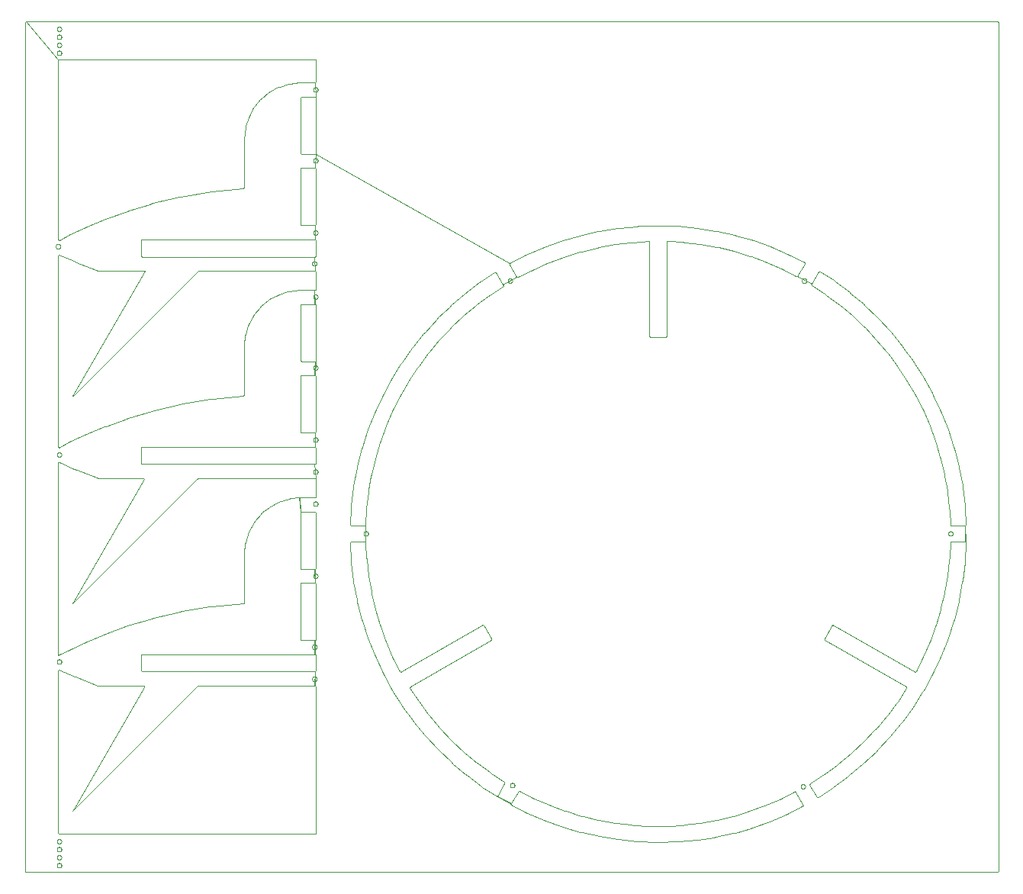
<source format=gko>
G75*
%MOIN*%
%OFA0B0*%
%FSLAX25Y25*%
%IPPOS*%
%LPD*%
%AMOC8*
5,1,8,0,0,1.08239X$1,22.5*
%
%ADD10C,0.00394*%
%ADD11C,0.00000*%
D10*
X0001197Y0002050D02*
X0001197Y0002690D01*
X0001197Y0373574D01*
X0001700Y0373793D01*
X0015780Y0357092D01*
X0015780Y0278397D01*
X0016213Y0278322D01*
X0021108Y0280858D01*
X0027525Y0283866D01*
X0028244Y0284186D01*
X0036241Y0287513D01*
X0045872Y0290982D01*
X0046624Y0291216D01*
X0055673Y0293938D01*
X0057183Y0294385D01*
X0068674Y0297118D01*
X0069441Y0297292D01*
X0082636Y0299548D01*
X0096740Y0300957D01*
X0097067Y0301449D01*
X0097067Y0321922D01*
X0097078Y0322709D01*
X0097552Y0327410D01*
X0097759Y0328167D01*
X0098927Y0331928D01*
X0099261Y0332637D01*
X0101139Y0336097D01*
X0101601Y0336731D01*
X0104107Y0339768D01*
X0104683Y0340300D01*
X0107720Y0342806D01*
X0108390Y0343215D01*
X0111850Y0345093D01*
X0112585Y0345367D01*
X0116345Y0346535D01*
X0117116Y0346677D01*
X0121033Y0347071D01*
X0121818Y0347127D01*
X0128068Y0347127D01*
X0128383Y0340917D01*
X0122133Y0340917D01*
X0121597Y0340666D01*
X0121593Y0316255D01*
X0122064Y0315940D01*
X0128266Y0315940D01*
X0127869Y0309730D01*
X0121619Y0309730D01*
X0121592Y0308969D01*
X0121589Y0285346D01*
X0121783Y0284753D01*
X0128033Y0284753D01*
X0127969Y0278543D01*
X0052001Y0278543D01*
X0051915Y0277842D01*
X0051915Y0271543D01*
X0052196Y0271036D01*
X0127741Y0271036D01*
X0128024Y0264827D01*
X0076890Y0264835D01*
X0076308Y0264339D01*
X0022298Y0210329D01*
X0022137Y0210289D01*
X0053242Y0264163D01*
X0053625Y0264839D01*
X0033152Y0264841D01*
X0032418Y0265117D01*
X0023641Y0268619D01*
X0022544Y0269084D01*
X0016059Y0271943D01*
X0015780Y0271582D01*
X0015780Y0188114D01*
X0015907Y0187534D01*
X0020800Y0190071D01*
X0021508Y0190416D01*
X0027926Y0193423D01*
X0035923Y0196749D01*
X0036658Y0197033D01*
X0045548Y0200234D01*
X0046294Y0200485D01*
X0056851Y0203661D01*
X0057614Y0203855D01*
X0069105Y0206588D01*
X0069878Y0206734D01*
X0082297Y0208857D01*
X0083077Y0208961D01*
X0096398Y0210289D01*
X0097057Y0210480D01*
X0097057Y0231741D01*
X0097113Y0232525D01*
X0097508Y0236443D01*
X0097650Y0237214D01*
X0098818Y0240974D01*
X0099092Y0241709D01*
X0100970Y0245169D01*
X0101379Y0245839D01*
X0103884Y0248875D01*
X0104416Y0249452D01*
X0107453Y0251958D01*
X0108086Y0252420D01*
X0111547Y0254298D01*
X0112256Y0254633D01*
X0116016Y0255800D01*
X0116774Y0256008D01*
X0121474Y0256482D01*
X0122261Y0256493D01*
X0127724Y0256493D01*
X0127768Y0250284D01*
X0122306Y0250284D01*
X0121587Y0250216D01*
X0121583Y0225805D01*
X0121869Y0225304D01*
X0128120Y0225304D01*
X0127802Y0219095D01*
X0122339Y0219095D01*
X0121582Y0219064D01*
X0121578Y0194654D01*
X0121829Y0194117D01*
X0128080Y0194117D01*
X0127990Y0187908D01*
X0052020Y0187908D01*
X0051905Y0187236D01*
X0051905Y0180936D01*
X0052157Y0180401D01*
X0127702Y0180401D01*
X0128255Y0174191D01*
X0077121Y0174200D01*
X0076468Y0173875D01*
X0022458Y0119865D01*
X0022007Y0119445D01*
X0053505Y0174001D01*
X0053069Y0174204D01*
X0033383Y0174206D01*
X0032631Y0174393D01*
X0023855Y0177895D01*
X0022783Y0178339D01*
X0016298Y0181198D01*
X0015780Y0181205D01*
X0015780Y0096949D01*
X0016382Y0097152D01*
X0020577Y0099326D01*
X0021280Y0099679D01*
X0027698Y0102687D01*
X0028420Y0102999D01*
X0035691Y0106022D01*
X0036421Y0106318D01*
X0046054Y0109783D01*
X0056610Y0112957D01*
X0057370Y0113166D01*
X0068861Y0115899D01*
X0069631Y0116060D01*
X0082050Y0118183D01*
X0082828Y0118304D01*
X0096931Y0119710D01*
X0097046Y0120393D01*
X0097046Y0140867D01*
X0097079Y0141653D01*
X0097474Y0145570D01*
X0097569Y0146350D01*
X0098969Y0150863D01*
X0101220Y0155016D01*
X0101716Y0155627D01*
X0104222Y0158664D01*
X0104827Y0159167D01*
X0107865Y0161672D01*
X0112017Y0163926D01*
X0116528Y0165329D01*
X0117308Y0165430D01*
X0121176Y0165819D01*
X0121760Y0159602D01*
X0121576Y0159061D01*
X0121572Y0135438D01*
X0121593Y0134671D01*
X0127844Y0134671D01*
X0128058Y0128462D01*
X0121808Y0128462D01*
X0121572Y0127911D01*
X0121568Y0103500D01*
X0122339Y0103484D01*
X0127802Y0103484D01*
X0127761Y0097275D01*
X0052578Y0097275D01*
X0051895Y0097171D01*
X0051895Y0090084D01*
X0052366Y0089768D01*
X0127910Y0089768D01*
X0127831Y0083558D01*
X0077484Y0083566D01*
X0076722Y0083505D01*
X0022155Y0028938D01*
X0022204Y0029171D01*
X0053308Y0083044D01*
X0053432Y0083571D01*
X0033746Y0083573D01*
X0032968Y0083621D01*
X0023460Y0087415D01*
X0023177Y0087527D01*
X0015971Y0090703D01*
X0015780Y0090208D01*
X0015780Y0019339D01*
X0015946Y0018716D01*
X0127762Y0018716D01*
X0128484Y0018782D01*
X0128461Y0083352D01*
X0127927Y0083542D01*
X0128002Y0089792D01*
X0128461Y0090054D01*
X0128463Y0097141D01*
X0127858Y0097265D01*
X0127899Y0103498D01*
X0128463Y0103660D01*
X0128467Y0128071D01*
X0128141Y0128426D01*
X0127939Y0134688D01*
X0128467Y0134884D01*
X0128471Y0159295D01*
X0128075Y0159649D01*
X0121825Y0159649D01*
X0121274Y0165826D01*
X0122010Y0165859D01*
X0128310Y0165858D01*
X0128471Y0166484D01*
X0128471Y0173571D01*
X0128317Y0174144D01*
X0127800Y0180405D01*
X0128471Y0180468D01*
X0128473Y0187555D01*
X0128077Y0187877D01*
X0128159Y0194156D01*
X0128473Y0194561D01*
X0128477Y0218971D01*
X0127899Y0219086D01*
X0128196Y0225346D01*
X0128477Y0225784D01*
X0128482Y0250194D01*
X0127866Y0250277D01*
X0127822Y0256499D01*
X0128482Y0256572D01*
X0128482Y0264447D01*
X0128110Y0264793D01*
X0127839Y0271043D01*
X0128482Y0271132D01*
X0128482Y0278219D01*
X0128059Y0278515D01*
X0128118Y0284787D01*
X0128481Y0285141D01*
X0128481Y0309552D01*
X0127965Y0309715D01*
X0128358Y0315915D01*
X0213082Y0268072D01*
X0212968Y0267591D01*
X0216092Y0262178D01*
X0210003Y0258941D01*
X0206878Y0264353D01*
X0206268Y0264096D01*
X0200367Y0260172D01*
X0199723Y0259721D01*
X0193443Y0254969D01*
X0187462Y0249847D01*
X0186882Y0249315D01*
X0181789Y0244387D01*
X0181228Y0243835D01*
X0175910Y0238027D01*
X0175405Y0237423D01*
X0170945Y0231917D01*
X0170461Y0231295D01*
X0165885Y0224887D01*
X0165463Y0224222D01*
X0161704Y0218214D01*
X0161305Y0217536D01*
X0157545Y0210618D01*
X0154216Y0203481D01*
X0153902Y0202759D01*
X0151025Y0195430D01*
X0150776Y0194683D01*
X0148604Y0187937D01*
X0148372Y0187185D01*
X0146436Y0179552D01*
X0146264Y0178784D01*
X0144815Y0171044D01*
X0144701Y0170265D01*
X0143748Y0162449D01*
X0143686Y0161664D01*
X0143237Y0153803D01*
X0143668Y0153466D01*
X0149918Y0153466D01*
X0149991Y0146571D01*
X0143741Y0146571D01*
X0143246Y0146075D01*
X0143698Y0138213D01*
X0143767Y0137430D01*
X0144724Y0129613D01*
X0144842Y0128836D01*
X0146298Y0121097D01*
X0146471Y0120329D01*
X0148418Y0112700D01*
X0148649Y0111947D01*
X0151077Y0104456D01*
X0153970Y0097133D01*
X0154276Y0096408D01*
X0157621Y0089279D01*
X0157989Y0088584D01*
X0161392Y0082367D01*
X0161779Y0081682D01*
X0165979Y0075020D01*
X0166426Y0074373D01*
X0170566Y0068621D01*
X0171034Y0067988D01*
X0176015Y0061889D01*
X0176540Y0061302D01*
X0181349Y0056097D01*
X0181892Y0055527D01*
X0187577Y0050078D01*
X0188171Y0049562D01*
X0193577Y0044979D01*
X0194186Y0044481D01*
X0200492Y0039765D01*
X0201145Y0039325D01*
X0207070Y0035436D01*
X0207601Y0035345D01*
X0213721Y0032000D01*
X0213817Y0031515D01*
X0220140Y0028315D01*
X0220845Y0027962D01*
X0228075Y0024843D01*
X0228809Y0024559D01*
X0235477Y0022158D01*
X0236220Y0021898D01*
X0243780Y0019694D01*
X0244543Y0019501D01*
X0252225Y0017773D01*
X0260000Y0016528D01*
X0260779Y0016413D01*
X0268618Y0015665D01*
X0269403Y0015605D01*
X0277273Y0015355D01*
X0278060Y0015343D01*
X0285932Y0015553D01*
X0286718Y0015593D01*
X0294565Y0016244D01*
X0295346Y0016344D01*
X0302361Y0017354D01*
X0303138Y0017475D01*
X0310846Y0019091D01*
X0311607Y0019291D01*
X0318430Y0021205D01*
X0319182Y0021437D01*
X0326598Y0024086D01*
X0333805Y0027258D01*
X0334512Y0027605D01*
X0340774Y0030923D01*
X0341428Y0031303D01*
X0337844Y0037510D01*
X0337361Y0037092D01*
X0331725Y0034277D01*
X0331012Y0033943D01*
X0324499Y0031150D01*
X0317837Y0028732D01*
X0317086Y0028496D01*
X0311051Y0026689D01*
X0310292Y0026483D01*
X0304163Y0025025D01*
X0303395Y0024849D01*
X0296418Y0023607D01*
X0295638Y0023505D01*
X0289383Y0022759D01*
X0288900Y0022705D01*
X0281826Y0022273D01*
X0281039Y0022255D01*
X0274739Y0022207D01*
X0273952Y0022210D01*
X0266878Y0022649D01*
X0266096Y0022728D01*
X0259842Y0023484D01*
X0259061Y0023587D01*
X0252087Y0024846D01*
X0251319Y0025019D01*
X0245195Y0026497D01*
X0244433Y0026693D01*
X0237652Y0028754D01*
X0236911Y0029019D01*
X0231000Y0031198D01*
X0230267Y0031485D01*
X0223772Y0034321D01*
X0223068Y0034672D01*
X0217451Y0037525D01*
X0216861Y0037503D01*
X0213736Y0032091D01*
X0207674Y0035379D01*
X0210799Y0040792D01*
X0210826Y0041386D01*
X0204893Y0045262D01*
X0204256Y0045725D01*
X0199192Y0049472D01*
X0198570Y0049953D01*
X0193128Y0054493D01*
X0187957Y0059339D01*
X0187398Y0059893D01*
X0182521Y0065034D01*
X0177949Y0070450D01*
X0177462Y0071068D01*
X0173218Y0076742D01*
X0169308Y0082654D01*
X0169534Y0083155D01*
X0204995Y0103628D01*
X0205047Y0104191D01*
X0201897Y0109646D01*
X0201488Y0110271D01*
X0165345Y0089404D01*
X0164955Y0089983D01*
X0162137Y0095617D01*
X0161800Y0096328D01*
X0159005Y0102841D01*
X0158733Y0103580D01*
X0156590Y0109504D01*
X0156340Y0110250D01*
X0154322Y0117044D01*
X0152701Y0123943D01*
X0152543Y0124714D01*
X0151330Y0131696D01*
X0150524Y0138737D01*
X0150459Y0139522D01*
X0150110Y0145812D01*
X0150045Y0146522D01*
X0149976Y0153514D01*
X0150094Y0154164D01*
X0150440Y0160454D01*
X0150501Y0161239D01*
X0151303Y0168280D01*
X0151433Y0169057D01*
X0152510Y0175264D01*
X0152663Y0176036D01*
X0154280Y0182936D01*
X0156293Y0189731D01*
X0156538Y0190479D01*
X0158947Y0197144D01*
X0161739Y0203658D01*
X0162071Y0204371D01*
X0165240Y0210710D01*
X0168885Y0216788D01*
X0169304Y0217455D01*
X0172780Y0222709D01*
X0173219Y0223362D01*
X0177463Y0229038D01*
X0177962Y0229647D01*
X0182018Y0234467D01*
X0182540Y0235056D01*
X0186866Y0239635D01*
X0187411Y0240204D01*
X0192564Y0245068D01*
X0193161Y0245581D01*
X0197983Y0249635D01*
X0198599Y0250125D01*
X0203646Y0253896D01*
X0204280Y0254362D01*
X0210192Y0258270D01*
X0210040Y0258850D01*
X0216166Y0262129D01*
X0216690Y0262063D01*
X0222990Y0265308D01*
X0229470Y0268177D01*
X0230196Y0268481D01*
X0236835Y0270960D01*
X0237584Y0271203D01*
X0243605Y0273055D01*
X0244360Y0273279D01*
X0251245Y0274959D01*
X0252015Y0275120D01*
X0258988Y0276390D01*
X0266022Y0277248D01*
X0266805Y0277326D01*
X0273879Y0277765D01*
X0274089Y0277201D01*
X0274089Y0236254D01*
X0274599Y0235977D01*
X0280899Y0235977D01*
X0281596Y0236067D01*
X0281596Y0277802D01*
X0282347Y0277791D01*
X0288634Y0277401D01*
X0289418Y0277332D01*
X0296454Y0276481D01*
X0303428Y0275223D01*
X0304198Y0275061D01*
X0311087Y0273395D01*
X0317867Y0271334D01*
X0318612Y0271080D01*
X0324522Y0268900D01*
X0325259Y0268622D01*
X0331754Y0265787D01*
X0332463Y0265445D01*
X0338079Y0262592D01*
X0338689Y0262402D01*
X0344873Y0259177D01*
X0344875Y0258639D01*
X0350808Y0254763D01*
X0351445Y0254300D01*
X0356509Y0250553D01*
X0357130Y0250070D01*
X0362573Y0245531D01*
X0367743Y0240684D01*
X0368301Y0240129D01*
X0373178Y0234987D01*
X0377750Y0229571D01*
X0378236Y0228953D01*
X0382012Y0223910D01*
X0382480Y0223277D01*
X0386390Y0217366D01*
X0386806Y0216698D01*
X0390049Y0211297D01*
X0390449Y0210619D01*
X0393620Y0204281D01*
X0393948Y0203566D01*
X0396739Y0197052D01*
X0399149Y0190387D01*
X0399390Y0189637D01*
X0401184Y0183599D01*
X0401401Y0182842D01*
X0403021Y0175943D01*
X0403169Y0175170D01*
X0404249Y0168963D01*
X0404374Y0168186D01*
X0405179Y0161145D01*
X0405235Y0160360D01*
X0405584Y0154070D01*
X0405800Y0153466D01*
X0412051Y0153466D01*
X0412167Y0146571D01*
X0405917Y0146571D01*
X0405622Y0146511D01*
X0405223Y0139435D01*
X0405153Y0138651D01*
X0404337Y0131612D01*
X0403117Y0124631D01*
X0402953Y0123860D01*
X0401509Y0117729D01*
X0401321Y0116964D01*
X0399297Y0110173D01*
X0399042Y0109428D01*
X0396895Y0103505D01*
X0396617Y0102769D01*
X0393816Y0096258D01*
X0393474Y0095550D01*
X0390651Y0089918D01*
X0390222Y0089471D01*
X0354761Y0109945D01*
X0354113Y0110209D01*
X0350569Y0104072D01*
X0350809Y0103560D01*
X0386270Y0083087D01*
X0386454Y0082576D01*
X0382543Y0076667D01*
X0382077Y0076031D01*
X0378295Y0070994D01*
X0377816Y0070370D01*
X0373233Y0064964D01*
X0372703Y0064381D01*
X0367810Y0059255D01*
X0362622Y0054426D01*
X0362034Y0053904D01*
X0356570Y0049390D01*
X0355940Y0048918D01*
X0350855Y0045200D01*
X0350214Y0044743D01*
X0344256Y0040906D01*
X0344174Y0040339D01*
X0347324Y0034883D01*
X0347910Y0034999D01*
X0353858Y0038853D01*
X0354515Y0039286D01*
X0360848Y0043967D01*
X0361464Y0044457D01*
X0367496Y0049519D01*
X0373207Y0054940D01*
X0373761Y0055498D01*
X0379130Y0061259D01*
X0384138Y0067336D01*
X0384623Y0067956D01*
X0389246Y0074330D01*
X0389674Y0074991D01*
X0393473Y0080974D01*
X0393884Y0081645D01*
X0397685Y0088541D01*
X0398037Y0089245D01*
X0401400Y0096366D01*
X0404310Y0103683D01*
X0404589Y0104419D01*
X0407028Y0111906D01*
X0407250Y0112661D01*
X0409207Y0120288D01*
X0409373Y0121058D01*
X0410837Y0128794D01*
X0410952Y0129573D01*
X0411914Y0137389D01*
X0411982Y0138173D01*
X0412435Y0146034D01*
X0412235Y0146525D01*
X0412131Y0153504D01*
X0412442Y0153887D01*
X0411990Y0161748D01*
X0411926Y0162533D01*
X0410969Y0170349D01*
X0410856Y0171128D01*
X0409400Y0178866D01*
X0409232Y0179635D01*
X0407285Y0187265D01*
X0407059Y0188019D01*
X0404632Y0195510D01*
X0401743Y0202835D01*
X0401441Y0203562D01*
X0398096Y0210691D01*
X0397732Y0211388D01*
X0394329Y0217605D01*
X0393946Y0218293D01*
X0389747Y0224954D01*
X0389303Y0225604D01*
X0385163Y0231356D01*
X0384699Y0231992D01*
X0379718Y0238091D01*
X0379197Y0238681D01*
X0374388Y0243887D01*
X0373848Y0244460D01*
X0368163Y0249908D01*
X0367572Y0250428D01*
X0362166Y0255011D01*
X0361560Y0255513D01*
X0355254Y0260229D01*
X0354519Y0260727D01*
X0348594Y0264616D01*
X0348023Y0264681D01*
X0344898Y0259269D01*
X0338761Y0262430D01*
X0341886Y0267843D01*
X0342019Y0268447D01*
X0334992Y0272002D01*
X0334272Y0272321D01*
X0327765Y0275128D01*
X0327035Y0275421D01*
X0319626Y0278089D01*
X0312068Y0280296D01*
X0311307Y0280500D01*
X0303625Y0282227D01*
X0302850Y0282365D01*
X0295074Y0283606D01*
X0286451Y0284427D01*
X0278581Y0284676D01*
X0277234Y0284680D01*
X0269364Y0284427D01*
X0268579Y0284371D01*
X0260741Y0283613D01*
X0259961Y0283507D01*
X0252188Y0282249D01*
X0251417Y0282088D01*
X0243740Y0280338D01*
X0236187Y0278110D01*
X0235436Y0277876D01*
X0228040Y0275174D01*
X0227311Y0274876D01*
X0220098Y0271717D01*
X0213137Y0268143D01*
X0128372Y0315988D01*
X0128482Y0316609D01*
X0128482Y0340232D01*
X0128436Y0340868D01*
X0128149Y0347164D01*
X0128482Y0347549D01*
X0128482Y0356999D01*
X0128379Y0357146D01*
X0016562Y0357146D01*
X0015829Y0357141D01*
X0001795Y0373813D01*
X0426175Y0373813D01*
X0426643Y0373493D01*
X0426643Y0002609D01*
X0426414Y0002050D01*
X0001197Y0002050D01*
D11*
X0015197Y0005050D02*
X0015199Y0005113D01*
X0015205Y0005175D01*
X0015215Y0005237D01*
X0015228Y0005299D01*
X0015246Y0005359D01*
X0015267Y0005418D01*
X0015292Y0005476D01*
X0015321Y0005532D01*
X0015353Y0005586D01*
X0015388Y0005638D01*
X0015426Y0005687D01*
X0015468Y0005735D01*
X0015512Y0005779D01*
X0015560Y0005821D01*
X0015609Y0005859D01*
X0015661Y0005894D01*
X0015715Y0005926D01*
X0015771Y0005955D01*
X0015829Y0005980D01*
X0015888Y0006001D01*
X0015948Y0006019D01*
X0016010Y0006032D01*
X0016072Y0006042D01*
X0016134Y0006048D01*
X0016197Y0006050D01*
X0016260Y0006048D01*
X0016322Y0006042D01*
X0016384Y0006032D01*
X0016446Y0006019D01*
X0016506Y0006001D01*
X0016565Y0005980D01*
X0016623Y0005955D01*
X0016679Y0005926D01*
X0016733Y0005894D01*
X0016785Y0005859D01*
X0016834Y0005821D01*
X0016882Y0005779D01*
X0016926Y0005735D01*
X0016968Y0005687D01*
X0017006Y0005638D01*
X0017041Y0005586D01*
X0017073Y0005532D01*
X0017102Y0005476D01*
X0017127Y0005418D01*
X0017148Y0005359D01*
X0017166Y0005299D01*
X0017179Y0005237D01*
X0017189Y0005175D01*
X0017195Y0005113D01*
X0017197Y0005050D01*
X0017195Y0004987D01*
X0017189Y0004925D01*
X0017179Y0004863D01*
X0017166Y0004801D01*
X0017148Y0004741D01*
X0017127Y0004682D01*
X0017102Y0004624D01*
X0017073Y0004568D01*
X0017041Y0004514D01*
X0017006Y0004462D01*
X0016968Y0004413D01*
X0016926Y0004365D01*
X0016882Y0004321D01*
X0016834Y0004279D01*
X0016785Y0004241D01*
X0016733Y0004206D01*
X0016679Y0004174D01*
X0016623Y0004145D01*
X0016565Y0004120D01*
X0016506Y0004099D01*
X0016446Y0004081D01*
X0016384Y0004068D01*
X0016322Y0004058D01*
X0016260Y0004052D01*
X0016197Y0004050D01*
X0016134Y0004052D01*
X0016072Y0004058D01*
X0016010Y0004068D01*
X0015948Y0004081D01*
X0015888Y0004099D01*
X0015829Y0004120D01*
X0015771Y0004145D01*
X0015715Y0004174D01*
X0015661Y0004206D01*
X0015609Y0004241D01*
X0015560Y0004279D01*
X0015512Y0004321D01*
X0015468Y0004365D01*
X0015426Y0004413D01*
X0015388Y0004462D01*
X0015353Y0004514D01*
X0015321Y0004568D01*
X0015292Y0004624D01*
X0015267Y0004682D01*
X0015246Y0004741D01*
X0015228Y0004801D01*
X0015215Y0004863D01*
X0015205Y0004925D01*
X0015199Y0004987D01*
X0015197Y0005050D01*
X0015197Y0008550D02*
X0015199Y0008613D01*
X0015205Y0008675D01*
X0015215Y0008737D01*
X0015228Y0008799D01*
X0015246Y0008859D01*
X0015267Y0008918D01*
X0015292Y0008976D01*
X0015321Y0009032D01*
X0015353Y0009086D01*
X0015388Y0009138D01*
X0015426Y0009187D01*
X0015468Y0009235D01*
X0015512Y0009279D01*
X0015560Y0009321D01*
X0015609Y0009359D01*
X0015661Y0009394D01*
X0015715Y0009426D01*
X0015771Y0009455D01*
X0015829Y0009480D01*
X0015888Y0009501D01*
X0015948Y0009519D01*
X0016010Y0009532D01*
X0016072Y0009542D01*
X0016134Y0009548D01*
X0016197Y0009550D01*
X0016260Y0009548D01*
X0016322Y0009542D01*
X0016384Y0009532D01*
X0016446Y0009519D01*
X0016506Y0009501D01*
X0016565Y0009480D01*
X0016623Y0009455D01*
X0016679Y0009426D01*
X0016733Y0009394D01*
X0016785Y0009359D01*
X0016834Y0009321D01*
X0016882Y0009279D01*
X0016926Y0009235D01*
X0016968Y0009187D01*
X0017006Y0009138D01*
X0017041Y0009086D01*
X0017073Y0009032D01*
X0017102Y0008976D01*
X0017127Y0008918D01*
X0017148Y0008859D01*
X0017166Y0008799D01*
X0017179Y0008737D01*
X0017189Y0008675D01*
X0017195Y0008613D01*
X0017197Y0008550D01*
X0017195Y0008487D01*
X0017189Y0008425D01*
X0017179Y0008363D01*
X0017166Y0008301D01*
X0017148Y0008241D01*
X0017127Y0008182D01*
X0017102Y0008124D01*
X0017073Y0008068D01*
X0017041Y0008014D01*
X0017006Y0007962D01*
X0016968Y0007913D01*
X0016926Y0007865D01*
X0016882Y0007821D01*
X0016834Y0007779D01*
X0016785Y0007741D01*
X0016733Y0007706D01*
X0016679Y0007674D01*
X0016623Y0007645D01*
X0016565Y0007620D01*
X0016506Y0007599D01*
X0016446Y0007581D01*
X0016384Y0007568D01*
X0016322Y0007558D01*
X0016260Y0007552D01*
X0016197Y0007550D01*
X0016134Y0007552D01*
X0016072Y0007558D01*
X0016010Y0007568D01*
X0015948Y0007581D01*
X0015888Y0007599D01*
X0015829Y0007620D01*
X0015771Y0007645D01*
X0015715Y0007674D01*
X0015661Y0007706D01*
X0015609Y0007741D01*
X0015560Y0007779D01*
X0015512Y0007821D01*
X0015468Y0007865D01*
X0015426Y0007913D01*
X0015388Y0007962D01*
X0015353Y0008014D01*
X0015321Y0008068D01*
X0015292Y0008124D01*
X0015267Y0008182D01*
X0015246Y0008241D01*
X0015228Y0008301D01*
X0015215Y0008363D01*
X0015205Y0008425D01*
X0015199Y0008487D01*
X0015197Y0008550D01*
X0015197Y0012050D02*
X0015199Y0012113D01*
X0015205Y0012175D01*
X0015215Y0012237D01*
X0015228Y0012299D01*
X0015246Y0012359D01*
X0015267Y0012418D01*
X0015292Y0012476D01*
X0015321Y0012532D01*
X0015353Y0012586D01*
X0015388Y0012638D01*
X0015426Y0012687D01*
X0015468Y0012735D01*
X0015512Y0012779D01*
X0015560Y0012821D01*
X0015609Y0012859D01*
X0015661Y0012894D01*
X0015715Y0012926D01*
X0015771Y0012955D01*
X0015829Y0012980D01*
X0015888Y0013001D01*
X0015948Y0013019D01*
X0016010Y0013032D01*
X0016072Y0013042D01*
X0016134Y0013048D01*
X0016197Y0013050D01*
X0016260Y0013048D01*
X0016322Y0013042D01*
X0016384Y0013032D01*
X0016446Y0013019D01*
X0016506Y0013001D01*
X0016565Y0012980D01*
X0016623Y0012955D01*
X0016679Y0012926D01*
X0016733Y0012894D01*
X0016785Y0012859D01*
X0016834Y0012821D01*
X0016882Y0012779D01*
X0016926Y0012735D01*
X0016968Y0012687D01*
X0017006Y0012638D01*
X0017041Y0012586D01*
X0017073Y0012532D01*
X0017102Y0012476D01*
X0017127Y0012418D01*
X0017148Y0012359D01*
X0017166Y0012299D01*
X0017179Y0012237D01*
X0017189Y0012175D01*
X0017195Y0012113D01*
X0017197Y0012050D01*
X0017195Y0011987D01*
X0017189Y0011925D01*
X0017179Y0011863D01*
X0017166Y0011801D01*
X0017148Y0011741D01*
X0017127Y0011682D01*
X0017102Y0011624D01*
X0017073Y0011568D01*
X0017041Y0011514D01*
X0017006Y0011462D01*
X0016968Y0011413D01*
X0016926Y0011365D01*
X0016882Y0011321D01*
X0016834Y0011279D01*
X0016785Y0011241D01*
X0016733Y0011206D01*
X0016679Y0011174D01*
X0016623Y0011145D01*
X0016565Y0011120D01*
X0016506Y0011099D01*
X0016446Y0011081D01*
X0016384Y0011068D01*
X0016322Y0011058D01*
X0016260Y0011052D01*
X0016197Y0011050D01*
X0016134Y0011052D01*
X0016072Y0011058D01*
X0016010Y0011068D01*
X0015948Y0011081D01*
X0015888Y0011099D01*
X0015829Y0011120D01*
X0015771Y0011145D01*
X0015715Y0011174D01*
X0015661Y0011206D01*
X0015609Y0011241D01*
X0015560Y0011279D01*
X0015512Y0011321D01*
X0015468Y0011365D01*
X0015426Y0011413D01*
X0015388Y0011462D01*
X0015353Y0011514D01*
X0015321Y0011568D01*
X0015292Y0011624D01*
X0015267Y0011682D01*
X0015246Y0011741D01*
X0015228Y0011801D01*
X0015215Y0011863D01*
X0015205Y0011925D01*
X0015199Y0011987D01*
X0015197Y0012050D01*
X0015197Y0015550D02*
X0015199Y0015613D01*
X0015205Y0015675D01*
X0015215Y0015737D01*
X0015228Y0015799D01*
X0015246Y0015859D01*
X0015267Y0015918D01*
X0015292Y0015976D01*
X0015321Y0016032D01*
X0015353Y0016086D01*
X0015388Y0016138D01*
X0015426Y0016187D01*
X0015468Y0016235D01*
X0015512Y0016279D01*
X0015560Y0016321D01*
X0015609Y0016359D01*
X0015661Y0016394D01*
X0015715Y0016426D01*
X0015771Y0016455D01*
X0015829Y0016480D01*
X0015888Y0016501D01*
X0015948Y0016519D01*
X0016010Y0016532D01*
X0016072Y0016542D01*
X0016134Y0016548D01*
X0016197Y0016550D01*
X0016260Y0016548D01*
X0016322Y0016542D01*
X0016384Y0016532D01*
X0016446Y0016519D01*
X0016506Y0016501D01*
X0016565Y0016480D01*
X0016623Y0016455D01*
X0016679Y0016426D01*
X0016733Y0016394D01*
X0016785Y0016359D01*
X0016834Y0016321D01*
X0016882Y0016279D01*
X0016926Y0016235D01*
X0016968Y0016187D01*
X0017006Y0016138D01*
X0017041Y0016086D01*
X0017073Y0016032D01*
X0017102Y0015976D01*
X0017127Y0015918D01*
X0017148Y0015859D01*
X0017166Y0015799D01*
X0017179Y0015737D01*
X0017189Y0015675D01*
X0017195Y0015613D01*
X0017197Y0015550D01*
X0017195Y0015487D01*
X0017189Y0015425D01*
X0017179Y0015363D01*
X0017166Y0015301D01*
X0017148Y0015241D01*
X0017127Y0015182D01*
X0017102Y0015124D01*
X0017073Y0015068D01*
X0017041Y0015014D01*
X0017006Y0014962D01*
X0016968Y0014913D01*
X0016926Y0014865D01*
X0016882Y0014821D01*
X0016834Y0014779D01*
X0016785Y0014741D01*
X0016733Y0014706D01*
X0016679Y0014674D01*
X0016623Y0014645D01*
X0016565Y0014620D01*
X0016506Y0014599D01*
X0016446Y0014581D01*
X0016384Y0014568D01*
X0016322Y0014558D01*
X0016260Y0014552D01*
X0016197Y0014550D01*
X0016134Y0014552D01*
X0016072Y0014558D01*
X0016010Y0014568D01*
X0015948Y0014581D01*
X0015888Y0014599D01*
X0015829Y0014620D01*
X0015771Y0014645D01*
X0015715Y0014674D01*
X0015661Y0014706D01*
X0015609Y0014741D01*
X0015560Y0014779D01*
X0015512Y0014821D01*
X0015468Y0014865D01*
X0015426Y0014913D01*
X0015388Y0014962D01*
X0015353Y0015014D01*
X0015321Y0015068D01*
X0015292Y0015124D01*
X0015267Y0015182D01*
X0015246Y0015241D01*
X0015228Y0015301D01*
X0015215Y0015363D01*
X0015205Y0015425D01*
X0015199Y0015487D01*
X0015197Y0015550D01*
X0015197Y0094050D02*
X0015199Y0094113D01*
X0015205Y0094175D01*
X0015215Y0094237D01*
X0015228Y0094299D01*
X0015246Y0094359D01*
X0015267Y0094418D01*
X0015292Y0094476D01*
X0015321Y0094532D01*
X0015353Y0094586D01*
X0015388Y0094638D01*
X0015426Y0094687D01*
X0015468Y0094735D01*
X0015512Y0094779D01*
X0015560Y0094821D01*
X0015609Y0094859D01*
X0015661Y0094894D01*
X0015715Y0094926D01*
X0015771Y0094955D01*
X0015829Y0094980D01*
X0015888Y0095001D01*
X0015948Y0095019D01*
X0016010Y0095032D01*
X0016072Y0095042D01*
X0016134Y0095048D01*
X0016197Y0095050D01*
X0016260Y0095048D01*
X0016322Y0095042D01*
X0016384Y0095032D01*
X0016446Y0095019D01*
X0016506Y0095001D01*
X0016565Y0094980D01*
X0016623Y0094955D01*
X0016679Y0094926D01*
X0016733Y0094894D01*
X0016785Y0094859D01*
X0016834Y0094821D01*
X0016882Y0094779D01*
X0016926Y0094735D01*
X0016968Y0094687D01*
X0017006Y0094638D01*
X0017041Y0094586D01*
X0017073Y0094532D01*
X0017102Y0094476D01*
X0017127Y0094418D01*
X0017148Y0094359D01*
X0017166Y0094299D01*
X0017179Y0094237D01*
X0017189Y0094175D01*
X0017195Y0094113D01*
X0017197Y0094050D01*
X0017195Y0093987D01*
X0017189Y0093925D01*
X0017179Y0093863D01*
X0017166Y0093801D01*
X0017148Y0093741D01*
X0017127Y0093682D01*
X0017102Y0093624D01*
X0017073Y0093568D01*
X0017041Y0093514D01*
X0017006Y0093462D01*
X0016968Y0093413D01*
X0016926Y0093365D01*
X0016882Y0093321D01*
X0016834Y0093279D01*
X0016785Y0093241D01*
X0016733Y0093206D01*
X0016679Y0093174D01*
X0016623Y0093145D01*
X0016565Y0093120D01*
X0016506Y0093099D01*
X0016446Y0093081D01*
X0016384Y0093068D01*
X0016322Y0093058D01*
X0016260Y0093052D01*
X0016197Y0093050D01*
X0016134Y0093052D01*
X0016072Y0093058D01*
X0016010Y0093068D01*
X0015948Y0093081D01*
X0015888Y0093099D01*
X0015829Y0093120D01*
X0015771Y0093145D01*
X0015715Y0093174D01*
X0015661Y0093206D01*
X0015609Y0093241D01*
X0015560Y0093279D01*
X0015512Y0093321D01*
X0015468Y0093365D01*
X0015426Y0093413D01*
X0015388Y0093462D01*
X0015353Y0093514D01*
X0015321Y0093568D01*
X0015292Y0093624D01*
X0015267Y0093682D01*
X0015246Y0093741D01*
X0015228Y0093801D01*
X0015215Y0093863D01*
X0015205Y0093925D01*
X0015199Y0093987D01*
X0015197Y0094050D01*
X0015197Y0184550D02*
X0015199Y0184613D01*
X0015205Y0184675D01*
X0015215Y0184737D01*
X0015228Y0184799D01*
X0015246Y0184859D01*
X0015267Y0184918D01*
X0015292Y0184976D01*
X0015321Y0185032D01*
X0015353Y0185086D01*
X0015388Y0185138D01*
X0015426Y0185187D01*
X0015468Y0185235D01*
X0015512Y0185279D01*
X0015560Y0185321D01*
X0015609Y0185359D01*
X0015661Y0185394D01*
X0015715Y0185426D01*
X0015771Y0185455D01*
X0015829Y0185480D01*
X0015888Y0185501D01*
X0015948Y0185519D01*
X0016010Y0185532D01*
X0016072Y0185542D01*
X0016134Y0185548D01*
X0016197Y0185550D01*
X0016260Y0185548D01*
X0016322Y0185542D01*
X0016384Y0185532D01*
X0016446Y0185519D01*
X0016506Y0185501D01*
X0016565Y0185480D01*
X0016623Y0185455D01*
X0016679Y0185426D01*
X0016733Y0185394D01*
X0016785Y0185359D01*
X0016834Y0185321D01*
X0016882Y0185279D01*
X0016926Y0185235D01*
X0016968Y0185187D01*
X0017006Y0185138D01*
X0017041Y0185086D01*
X0017073Y0185032D01*
X0017102Y0184976D01*
X0017127Y0184918D01*
X0017148Y0184859D01*
X0017166Y0184799D01*
X0017179Y0184737D01*
X0017189Y0184675D01*
X0017195Y0184613D01*
X0017197Y0184550D01*
X0017195Y0184487D01*
X0017189Y0184425D01*
X0017179Y0184363D01*
X0017166Y0184301D01*
X0017148Y0184241D01*
X0017127Y0184182D01*
X0017102Y0184124D01*
X0017073Y0184068D01*
X0017041Y0184014D01*
X0017006Y0183962D01*
X0016968Y0183913D01*
X0016926Y0183865D01*
X0016882Y0183821D01*
X0016834Y0183779D01*
X0016785Y0183741D01*
X0016733Y0183706D01*
X0016679Y0183674D01*
X0016623Y0183645D01*
X0016565Y0183620D01*
X0016506Y0183599D01*
X0016446Y0183581D01*
X0016384Y0183568D01*
X0016322Y0183558D01*
X0016260Y0183552D01*
X0016197Y0183550D01*
X0016134Y0183552D01*
X0016072Y0183558D01*
X0016010Y0183568D01*
X0015948Y0183581D01*
X0015888Y0183599D01*
X0015829Y0183620D01*
X0015771Y0183645D01*
X0015715Y0183674D01*
X0015661Y0183706D01*
X0015609Y0183741D01*
X0015560Y0183779D01*
X0015512Y0183821D01*
X0015468Y0183865D01*
X0015426Y0183913D01*
X0015388Y0183962D01*
X0015353Y0184014D01*
X0015321Y0184068D01*
X0015292Y0184124D01*
X0015267Y0184182D01*
X0015246Y0184241D01*
X0015228Y0184301D01*
X0015215Y0184363D01*
X0015205Y0184425D01*
X0015199Y0184487D01*
X0015197Y0184550D01*
X0014697Y0275550D02*
X0014699Y0275613D01*
X0014705Y0275675D01*
X0014715Y0275737D01*
X0014728Y0275799D01*
X0014746Y0275859D01*
X0014767Y0275918D01*
X0014792Y0275976D01*
X0014821Y0276032D01*
X0014853Y0276086D01*
X0014888Y0276138D01*
X0014926Y0276187D01*
X0014968Y0276235D01*
X0015012Y0276279D01*
X0015060Y0276321D01*
X0015109Y0276359D01*
X0015161Y0276394D01*
X0015215Y0276426D01*
X0015271Y0276455D01*
X0015329Y0276480D01*
X0015388Y0276501D01*
X0015448Y0276519D01*
X0015510Y0276532D01*
X0015572Y0276542D01*
X0015634Y0276548D01*
X0015697Y0276550D01*
X0015760Y0276548D01*
X0015822Y0276542D01*
X0015884Y0276532D01*
X0015946Y0276519D01*
X0016006Y0276501D01*
X0016065Y0276480D01*
X0016123Y0276455D01*
X0016179Y0276426D01*
X0016233Y0276394D01*
X0016285Y0276359D01*
X0016334Y0276321D01*
X0016382Y0276279D01*
X0016426Y0276235D01*
X0016468Y0276187D01*
X0016506Y0276138D01*
X0016541Y0276086D01*
X0016573Y0276032D01*
X0016602Y0275976D01*
X0016627Y0275918D01*
X0016648Y0275859D01*
X0016666Y0275799D01*
X0016679Y0275737D01*
X0016689Y0275675D01*
X0016695Y0275613D01*
X0016697Y0275550D01*
X0016695Y0275487D01*
X0016689Y0275425D01*
X0016679Y0275363D01*
X0016666Y0275301D01*
X0016648Y0275241D01*
X0016627Y0275182D01*
X0016602Y0275124D01*
X0016573Y0275068D01*
X0016541Y0275014D01*
X0016506Y0274962D01*
X0016468Y0274913D01*
X0016426Y0274865D01*
X0016382Y0274821D01*
X0016334Y0274779D01*
X0016285Y0274741D01*
X0016233Y0274706D01*
X0016179Y0274674D01*
X0016123Y0274645D01*
X0016065Y0274620D01*
X0016006Y0274599D01*
X0015946Y0274581D01*
X0015884Y0274568D01*
X0015822Y0274558D01*
X0015760Y0274552D01*
X0015697Y0274550D01*
X0015634Y0274552D01*
X0015572Y0274558D01*
X0015510Y0274568D01*
X0015448Y0274581D01*
X0015388Y0274599D01*
X0015329Y0274620D01*
X0015271Y0274645D01*
X0015215Y0274674D01*
X0015161Y0274706D01*
X0015109Y0274741D01*
X0015060Y0274779D01*
X0015012Y0274821D01*
X0014968Y0274865D01*
X0014926Y0274913D01*
X0014888Y0274962D01*
X0014853Y0275014D01*
X0014821Y0275068D01*
X0014792Y0275124D01*
X0014767Y0275182D01*
X0014746Y0275241D01*
X0014728Y0275301D01*
X0014715Y0275363D01*
X0014705Y0275425D01*
X0014699Y0275487D01*
X0014697Y0275550D01*
X0015197Y0360050D02*
X0015199Y0360113D01*
X0015205Y0360175D01*
X0015215Y0360237D01*
X0015228Y0360299D01*
X0015246Y0360359D01*
X0015267Y0360418D01*
X0015292Y0360476D01*
X0015321Y0360532D01*
X0015353Y0360586D01*
X0015388Y0360638D01*
X0015426Y0360687D01*
X0015468Y0360735D01*
X0015512Y0360779D01*
X0015560Y0360821D01*
X0015609Y0360859D01*
X0015661Y0360894D01*
X0015715Y0360926D01*
X0015771Y0360955D01*
X0015829Y0360980D01*
X0015888Y0361001D01*
X0015948Y0361019D01*
X0016010Y0361032D01*
X0016072Y0361042D01*
X0016134Y0361048D01*
X0016197Y0361050D01*
X0016260Y0361048D01*
X0016322Y0361042D01*
X0016384Y0361032D01*
X0016446Y0361019D01*
X0016506Y0361001D01*
X0016565Y0360980D01*
X0016623Y0360955D01*
X0016679Y0360926D01*
X0016733Y0360894D01*
X0016785Y0360859D01*
X0016834Y0360821D01*
X0016882Y0360779D01*
X0016926Y0360735D01*
X0016968Y0360687D01*
X0017006Y0360638D01*
X0017041Y0360586D01*
X0017073Y0360532D01*
X0017102Y0360476D01*
X0017127Y0360418D01*
X0017148Y0360359D01*
X0017166Y0360299D01*
X0017179Y0360237D01*
X0017189Y0360175D01*
X0017195Y0360113D01*
X0017197Y0360050D01*
X0017195Y0359987D01*
X0017189Y0359925D01*
X0017179Y0359863D01*
X0017166Y0359801D01*
X0017148Y0359741D01*
X0017127Y0359682D01*
X0017102Y0359624D01*
X0017073Y0359568D01*
X0017041Y0359514D01*
X0017006Y0359462D01*
X0016968Y0359413D01*
X0016926Y0359365D01*
X0016882Y0359321D01*
X0016834Y0359279D01*
X0016785Y0359241D01*
X0016733Y0359206D01*
X0016679Y0359174D01*
X0016623Y0359145D01*
X0016565Y0359120D01*
X0016506Y0359099D01*
X0016446Y0359081D01*
X0016384Y0359068D01*
X0016322Y0359058D01*
X0016260Y0359052D01*
X0016197Y0359050D01*
X0016134Y0359052D01*
X0016072Y0359058D01*
X0016010Y0359068D01*
X0015948Y0359081D01*
X0015888Y0359099D01*
X0015829Y0359120D01*
X0015771Y0359145D01*
X0015715Y0359174D01*
X0015661Y0359206D01*
X0015609Y0359241D01*
X0015560Y0359279D01*
X0015512Y0359321D01*
X0015468Y0359365D01*
X0015426Y0359413D01*
X0015388Y0359462D01*
X0015353Y0359514D01*
X0015321Y0359568D01*
X0015292Y0359624D01*
X0015267Y0359682D01*
X0015246Y0359741D01*
X0015228Y0359801D01*
X0015215Y0359863D01*
X0015205Y0359925D01*
X0015199Y0359987D01*
X0015197Y0360050D01*
X0015197Y0363550D02*
X0015199Y0363613D01*
X0015205Y0363675D01*
X0015215Y0363737D01*
X0015228Y0363799D01*
X0015246Y0363859D01*
X0015267Y0363918D01*
X0015292Y0363976D01*
X0015321Y0364032D01*
X0015353Y0364086D01*
X0015388Y0364138D01*
X0015426Y0364187D01*
X0015468Y0364235D01*
X0015512Y0364279D01*
X0015560Y0364321D01*
X0015609Y0364359D01*
X0015661Y0364394D01*
X0015715Y0364426D01*
X0015771Y0364455D01*
X0015829Y0364480D01*
X0015888Y0364501D01*
X0015948Y0364519D01*
X0016010Y0364532D01*
X0016072Y0364542D01*
X0016134Y0364548D01*
X0016197Y0364550D01*
X0016260Y0364548D01*
X0016322Y0364542D01*
X0016384Y0364532D01*
X0016446Y0364519D01*
X0016506Y0364501D01*
X0016565Y0364480D01*
X0016623Y0364455D01*
X0016679Y0364426D01*
X0016733Y0364394D01*
X0016785Y0364359D01*
X0016834Y0364321D01*
X0016882Y0364279D01*
X0016926Y0364235D01*
X0016968Y0364187D01*
X0017006Y0364138D01*
X0017041Y0364086D01*
X0017073Y0364032D01*
X0017102Y0363976D01*
X0017127Y0363918D01*
X0017148Y0363859D01*
X0017166Y0363799D01*
X0017179Y0363737D01*
X0017189Y0363675D01*
X0017195Y0363613D01*
X0017197Y0363550D01*
X0017195Y0363487D01*
X0017189Y0363425D01*
X0017179Y0363363D01*
X0017166Y0363301D01*
X0017148Y0363241D01*
X0017127Y0363182D01*
X0017102Y0363124D01*
X0017073Y0363068D01*
X0017041Y0363014D01*
X0017006Y0362962D01*
X0016968Y0362913D01*
X0016926Y0362865D01*
X0016882Y0362821D01*
X0016834Y0362779D01*
X0016785Y0362741D01*
X0016733Y0362706D01*
X0016679Y0362674D01*
X0016623Y0362645D01*
X0016565Y0362620D01*
X0016506Y0362599D01*
X0016446Y0362581D01*
X0016384Y0362568D01*
X0016322Y0362558D01*
X0016260Y0362552D01*
X0016197Y0362550D01*
X0016134Y0362552D01*
X0016072Y0362558D01*
X0016010Y0362568D01*
X0015948Y0362581D01*
X0015888Y0362599D01*
X0015829Y0362620D01*
X0015771Y0362645D01*
X0015715Y0362674D01*
X0015661Y0362706D01*
X0015609Y0362741D01*
X0015560Y0362779D01*
X0015512Y0362821D01*
X0015468Y0362865D01*
X0015426Y0362913D01*
X0015388Y0362962D01*
X0015353Y0363014D01*
X0015321Y0363068D01*
X0015292Y0363124D01*
X0015267Y0363182D01*
X0015246Y0363241D01*
X0015228Y0363301D01*
X0015215Y0363363D01*
X0015205Y0363425D01*
X0015199Y0363487D01*
X0015197Y0363550D01*
X0015197Y0367050D02*
X0015199Y0367113D01*
X0015205Y0367175D01*
X0015215Y0367237D01*
X0015228Y0367299D01*
X0015246Y0367359D01*
X0015267Y0367418D01*
X0015292Y0367476D01*
X0015321Y0367532D01*
X0015353Y0367586D01*
X0015388Y0367638D01*
X0015426Y0367687D01*
X0015468Y0367735D01*
X0015512Y0367779D01*
X0015560Y0367821D01*
X0015609Y0367859D01*
X0015661Y0367894D01*
X0015715Y0367926D01*
X0015771Y0367955D01*
X0015829Y0367980D01*
X0015888Y0368001D01*
X0015948Y0368019D01*
X0016010Y0368032D01*
X0016072Y0368042D01*
X0016134Y0368048D01*
X0016197Y0368050D01*
X0016260Y0368048D01*
X0016322Y0368042D01*
X0016384Y0368032D01*
X0016446Y0368019D01*
X0016506Y0368001D01*
X0016565Y0367980D01*
X0016623Y0367955D01*
X0016679Y0367926D01*
X0016733Y0367894D01*
X0016785Y0367859D01*
X0016834Y0367821D01*
X0016882Y0367779D01*
X0016926Y0367735D01*
X0016968Y0367687D01*
X0017006Y0367638D01*
X0017041Y0367586D01*
X0017073Y0367532D01*
X0017102Y0367476D01*
X0017127Y0367418D01*
X0017148Y0367359D01*
X0017166Y0367299D01*
X0017179Y0367237D01*
X0017189Y0367175D01*
X0017195Y0367113D01*
X0017197Y0367050D01*
X0017195Y0366987D01*
X0017189Y0366925D01*
X0017179Y0366863D01*
X0017166Y0366801D01*
X0017148Y0366741D01*
X0017127Y0366682D01*
X0017102Y0366624D01*
X0017073Y0366568D01*
X0017041Y0366514D01*
X0017006Y0366462D01*
X0016968Y0366413D01*
X0016926Y0366365D01*
X0016882Y0366321D01*
X0016834Y0366279D01*
X0016785Y0366241D01*
X0016733Y0366206D01*
X0016679Y0366174D01*
X0016623Y0366145D01*
X0016565Y0366120D01*
X0016506Y0366099D01*
X0016446Y0366081D01*
X0016384Y0366068D01*
X0016322Y0366058D01*
X0016260Y0366052D01*
X0016197Y0366050D01*
X0016134Y0366052D01*
X0016072Y0366058D01*
X0016010Y0366068D01*
X0015948Y0366081D01*
X0015888Y0366099D01*
X0015829Y0366120D01*
X0015771Y0366145D01*
X0015715Y0366174D01*
X0015661Y0366206D01*
X0015609Y0366241D01*
X0015560Y0366279D01*
X0015512Y0366321D01*
X0015468Y0366365D01*
X0015426Y0366413D01*
X0015388Y0366462D01*
X0015353Y0366514D01*
X0015321Y0366568D01*
X0015292Y0366624D01*
X0015267Y0366682D01*
X0015246Y0366741D01*
X0015228Y0366801D01*
X0015215Y0366863D01*
X0015205Y0366925D01*
X0015199Y0366987D01*
X0015197Y0367050D01*
X0015197Y0370550D02*
X0015199Y0370613D01*
X0015205Y0370675D01*
X0015215Y0370737D01*
X0015228Y0370799D01*
X0015246Y0370859D01*
X0015267Y0370918D01*
X0015292Y0370976D01*
X0015321Y0371032D01*
X0015353Y0371086D01*
X0015388Y0371138D01*
X0015426Y0371187D01*
X0015468Y0371235D01*
X0015512Y0371279D01*
X0015560Y0371321D01*
X0015609Y0371359D01*
X0015661Y0371394D01*
X0015715Y0371426D01*
X0015771Y0371455D01*
X0015829Y0371480D01*
X0015888Y0371501D01*
X0015948Y0371519D01*
X0016010Y0371532D01*
X0016072Y0371542D01*
X0016134Y0371548D01*
X0016197Y0371550D01*
X0016260Y0371548D01*
X0016322Y0371542D01*
X0016384Y0371532D01*
X0016446Y0371519D01*
X0016506Y0371501D01*
X0016565Y0371480D01*
X0016623Y0371455D01*
X0016679Y0371426D01*
X0016733Y0371394D01*
X0016785Y0371359D01*
X0016834Y0371321D01*
X0016882Y0371279D01*
X0016926Y0371235D01*
X0016968Y0371187D01*
X0017006Y0371138D01*
X0017041Y0371086D01*
X0017073Y0371032D01*
X0017102Y0370976D01*
X0017127Y0370918D01*
X0017148Y0370859D01*
X0017166Y0370799D01*
X0017179Y0370737D01*
X0017189Y0370675D01*
X0017195Y0370613D01*
X0017197Y0370550D01*
X0017195Y0370487D01*
X0017189Y0370425D01*
X0017179Y0370363D01*
X0017166Y0370301D01*
X0017148Y0370241D01*
X0017127Y0370182D01*
X0017102Y0370124D01*
X0017073Y0370068D01*
X0017041Y0370014D01*
X0017006Y0369962D01*
X0016968Y0369913D01*
X0016926Y0369865D01*
X0016882Y0369821D01*
X0016834Y0369779D01*
X0016785Y0369741D01*
X0016733Y0369706D01*
X0016679Y0369674D01*
X0016623Y0369645D01*
X0016565Y0369620D01*
X0016506Y0369599D01*
X0016446Y0369581D01*
X0016384Y0369568D01*
X0016322Y0369558D01*
X0016260Y0369552D01*
X0016197Y0369550D01*
X0016134Y0369552D01*
X0016072Y0369558D01*
X0016010Y0369568D01*
X0015948Y0369581D01*
X0015888Y0369599D01*
X0015829Y0369620D01*
X0015771Y0369645D01*
X0015715Y0369674D01*
X0015661Y0369706D01*
X0015609Y0369741D01*
X0015560Y0369779D01*
X0015512Y0369821D01*
X0015468Y0369865D01*
X0015426Y0369913D01*
X0015388Y0369962D01*
X0015353Y0370014D01*
X0015321Y0370068D01*
X0015292Y0370124D01*
X0015267Y0370182D01*
X0015246Y0370241D01*
X0015228Y0370301D01*
X0015215Y0370363D01*
X0015205Y0370425D01*
X0015199Y0370487D01*
X0015197Y0370550D01*
X0127197Y0344050D02*
X0127199Y0344113D01*
X0127205Y0344175D01*
X0127215Y0344237D01*
X0127228Y0344299D01*
X0127246Y0344359D01*
X0127267Y0344418D01*
X0127292Y0344476D01*
X0127321Y0344532D01*
X0127353Y0344586D01*
X0127388Y0344638D01*
X0127426Y0344687D01*
X0127468Y0344735D01*
X0127512Y0344779D01*
X0127560Y0344821D01*
X0127609Y0344859D01*
X0127661Y0344894D01*
X0127715Y0344926D01*
X0127771Y0344955D01*
X0127829Y0344980D01*
X0127888Y0345001D01*
X0127948Y0345019D01*
X0128010Y0345032D01*
X0128072Y0345042D01*
X0128134Y0345048D01*
X0128197Y0345050D01*
X0128260Y0345048D01*
X0128322Y0345042D01*
X0128384Y0345032D01*
X0128446Y0345019D01*
X0128506Y0345001D01*
X0128565Y0344980D01*
X0128623Y0344955D01*
X0128679Y0344926D01*
X0128733Y0344894D01*
X0128785Y0344859D01*
X0128834Y0344821D01*
X0128882Y0344779D01*
X0128926Y0344735D01*
X0128968Y0344687D01*
X0129006Y0344638D01*
X0129041Y0344586D01*
X0129073Y0344532D01*
X0129102Y0344476D01*
X0129127Y0344418D01*
X0129148Y0344359D01*
X0129166Y0344299D01*
X0129179Y0344237D01*
X0129189Y0344175D01*
X0129195Y0344113D01*
X0129197Y0344050D01*
X0129195Y0343987D01*
X0129189Y0343925D01*
X0129179Y0343863D01*
X0129166Y0343801D01*
X0129148Y0343741D01*
X0129127Y0343682D01*
X0129102Y0343624D01*
X0129073Y0343568D01*
X0129041Y0343514D01*
X0129006Y0343462D01*
X0128968Y0343413D01*
X0128926Y0343365D01*
X0128882Y0343321D01*
X0128834Y0343279D01*
X0128785Y0343241D01*
X0128733Y0343206D01*
X0128679Y0343174D01*
X0128623Y0343145D01*
X0128565Y0343120D01*
X0128506Y0343099D01*
X0128446Y0343081D01*
X0128384Y0343068D01*
X0128322Y0343058D01*
X0128260Y0343052D01*
X0128197Y0343050D01*
X0128134Y0343052D01*
X0128072Y0343058D01*
X0128010Y0343068D01*
X0127948Y0343081D01*
X0127888Y0343099D01*
X0127829Y0343120D01*
X0127771Y0343145D01*
X0127715Y0343174D01*
X0127661Y0343206D01*
X0127609Y0343241D01*
X0127560Y0343279D01*
X0127512Y0343321D01*
X0127468Y0343365D01*
X0127426Y0343413D01*
X0127388Y0343462D01*
X0127353Y0343514D01*
X0127321Y0343568D01*
X0127292Y0343624D01*
X0127267Y0343682D01*
X0127246Y0343741D01*
X0127228Y0343801D01*
X0127215Y0343863D01*
X0127205Y0343925D01*
X0127199Y0343987D01*
X0127197Y0344050D01*
X0127197Y0313050D02*
X0127199Y0313113D01*
X0127205Y0313175D01*
X0127215Y0313237D01*
X0127228Y0313299D01*
X0127246Y0313359D01*
X0127267Y0313418D01*
X0127292Y0313476D01*
X0127321Y0313532D01*
X0127353Y0313586D01*
X0127388Y0313638D01*
X0127426Y0313687D01*
X0127468Y0313735D01*
X0127512Y0313779D01*
X0127560Y0313821D01*
X0127609Y0313859D01*
X0127661Y0313894D01*
X0127715Y0313926D01*
X0127771Y0313955D01*
X0127829Y0313980D01*
X0127888Y0314001D01*
X0127948Y0314019D01*
X0128010Y0314032D01*
X0128072Y0314042D01*
X0128134Y0314048D01*
X0128197Y0314050D01*
X0128260Y0314048D01*
X0128322Y0314042D01*
X0128384Y0314032D01*
X0128446Y0314019D01*
X0128506Y0314001D01*
X0128565Y0313980D01*
X0128623Y0313955D01*
X0128679Y0313926D01*
X0128733Y0313894D01*
X0128785Y0313859D01*
X0128834Y0313821D01*
X0128882Y0313779D01*
X0128926Y0313735D01*
X0128968Y0313687D01*
X0129006Y0313638D01*
X0129041Y0313586D01*
X0129073Y0313532D01*
X0129102Y0313476D01*
X0129127Y0313418D01*
X0129148Y0313359D01*
X0129166Y0313299D01*
X0129179Y0313237D01*
X0129189Y0313175D01*
X0129195Y0313113D01*
X0129197Y0313050D01*
X0129195Y0312987D01*
X0129189Y0312925D01*
X0129179Y0312863D01*
X0129166Y0312801D01*
X0129148Y0312741D01*
X0129127Y0312682D01*
X0129102Y0312624D01*
X0129073Y0312568D01*
X0129041Y0312514D01*
X0129006Y0312462D01*
X0128968Y0312413D01*
X0128926Y0312365D01*
X0128882Y0312321D01*
X0128834Y0312279D01*
X0128785Y0312241D01*
X0128733Y0312206D01*
X0128679Y0312174D01*
X0128623Y0312145D01*
X0128565Y0312120D01*
X0128506Y0312099D01*
X0128446Y0312081D01*
X0128384Y0312068D01*
X0128322Y0312058D01*
X0128260Y0312052D01*
X0128197Y0312050D01*
X0128134Y0312052D01*
X0128072Y0312058D01*
X0128010Y0312068D01*
X0127948Y0312081D01*
X0127888Y0312099D01*
X0127829Y0312120D01*
X0127771Y0312145D01*
X0127715Y0312174D01*
X0127661Y0312206D01*
X0127609Y0312241D01*
X0127560Y0312279D01*
X0127512Y0312321D01*
X0127468Y0312365D01*
X0127426Y0312413D01*
X0127388Y0312462D01*
X0127353Y0312514D01*
X0127321Y0312568D01*
X0127292Y0312624D01*
X0127267Y0312682D01*
X0127246Y0312741D01*
X0127228Y0312801D01*
X0127215Y0312863D01*
X0127205Y0312925D01*
X0127199Y0312987D01*
X0127197Y0313050D01*
X0127197Y0281550D02*
X0127199Y0281613D01*
X0127205Y0281675D01*
X0127215Y0281737D01*
X0127228Y0281799D01*
X0127246Y0281859D01*
X0127267Y0281918D01*
X0127292Y0281976D01*
X0127321Y0282032D01*
X0127353Y0282086D01*
X0127388Y0282138D01*
X0127426Y0282187D01*
X0127468Y0282235D01*
X0127512Y0282279D01*
X0127560Y0282321D01*
X0127609Y0282359D01*
X0127661Y0282394D01*
X0127715Y0282426D01*
X0127771Y0282455D01*
X0127829Y0282480D01*
X0127888Y0282501D01*
X0127948Y0282519D01*
X0128010Y0282532D01*
X0128072Y0282542D01*
X0128134Y0282548D01*
X0128197Y0282550D01*
X0128260Y0282548D01*
X0128322Y0282542D01*
X0128384Y0282532D01*
X0128446Y0282519D01*
X0128506Y0282501D01*
X0128565Y0282480D01*
X0128623Y0282455D01*
X0128679Y0282426D01*
X0128733Y0282394D01*
X0128785Y0282359D01*
X0128834Y0282321D01*
X0128882Y0282279D01*
X0128926Y0282235D01*
X0128968Y0282187D01*
X0129006Y0282138D01*
X0129041Y0282086D01*
X0129073Y0282032D01*
X0129102Y0281976D01*
X0129127Y0281918D01*
X0129148Y0281859D01*
X0129166Y0281799D01*
X0129179Y0281737D01*
X0129189Y0281675D01*
X0129195Y0281613D01*
X0129197Y0281550D01*
X0129195Y0281487D01*
X0129189Y0281425D01*
X0129179Y0281363D01*
X0129166Y0281301D01*
X0129148Y0281241D01*
X0129127Y0281182D01*
X0129102Y0281124D01*
X0129073Y0281068D01*
X0129041Y0281014D01*
X0129006Y0280962D01*
X0128968Y0280913D01*
X0128926Y0280865D01*
X0128882Y0280821D01*
X0128834Y0280779D01*
X0128785Y0280741D01*
X0128733Y0280706D01*
X0128679Y0280674D01*
X0128623Y0280645D01*
X0128565Y0280620D01*
X0128506Y0280599D01*
X0128446Y0280581D01*
X0128384Y0280568D01*
X0128322Y0280558D01*
X0128260Y0280552D01*
X0128197Y0280550D01*
X0128134Y0280552D01*
X0128072Y0280558D01*
X0128010Y0280568D01*
X0127948Y0280581D01*
X0127888Y0280599D01*
X0127829Y0280620D01*
X0127771Y0280645D01*
X0127715Y0280674D01*
X0127661Y0280706D01*
X0127609Y0280741D01*
X0127560Y0280779D01*
X0127512Y0280821D01*
X0127468Y0280865D01*
X0127426Y0280913D01*
X0127388Y0280962D01*
X0127353Y0281014D01*
X0127321Y0281068D01*
X0127292Y0281124D01*
X0127267Y0281182D01*
X0127246Y0281241D01*
X0127228Y0281301D01*
X0127215Y0281363D01*
X0127205Y0281425D01*
X0127199Y0281487D01*
X0127197Y0281550D01*
X0126697Y0268050D02*
X0126699Y0268113D01*
X0126705Y0268175D01*
X0126715Y0268237D01*
X0126728Y0268299D01*
X0126746Y0268359D01*
X0126767Y0268418D01*
X0126792Y0268476D01*
X0126821Y0268532D01*
X0126853Y0268586D01*
X0126888Y0268638D01*
X0126926Y0268687D01*
X0126968Y0268735D01*
X0127012Y0268779D01*
X0127060Y0268821D01*
X0127109Y0268859D01*
X0127161Y0268894D01*
X0127215Y0268926D01*
X0127271Y0268955D01*
X0127329Y0268980D01*
X0127388Y0269001D01*
X0127448Y0269019D01*
X0127510Y0269032D01*
X0127572Y0269042D01*
X0127634Y0269048D01*
X0127697Y0269050D01*
X0127760Y0269048D01*
X0127822Y0269042D01*
X0127884Y0269032D01*
X0127946Y0269019D01*
X0128006Y0269001D01*
X0128065Y0268980D01*
X0128123Y0268955D01*
X0128179Y0268926D01*
X0128233Y0268894D01*
X0128285Y0268859D01*
X0128334Y0268821D01*
X0128382Y0268779D01*
X0128426Y0268735D01*
X0128468Y0268687D01*
X0128506Y0268638D01*
X0128541Y0268586D01*
X0128573Y0268532D01*
X0128602Y0268476D01*
X0128627Y0268418D01*
X0128648Y0268359D01*
X0128666Y0268299D01*
X0128679Y0268237D01*
X0128689Y0268175D01*
X0128695Y0268113D01*
X0128697Y0268050D01*
X0128695Y0267987D01*
X0128689Y0267925D01*
X0128679Y0267863D01*
X0128666Y0267801D01*
X0128648Y0267741D01*
X0128627Y0267682D01*
X0128602Y0267624D01*
X0128573Y0267568D01*
X0128541Y0267514D01*
X0128506Y0267462D01*
X0128468Y0267413D01*
X0128426Y0267365D01*
X0128382Y0267321D01*
X0128334Y0267279D01*
X0128285Y0267241D01*
X0128233Y0267206D01*
X0128179Y0267174D01*
X0128123Y0267145D01*
X0128065Y0267120D01*
X0128006Y0267099D01*
X0127946Y0267081D01*
X0127884Y0267068D01*
X0127822Y0267058D01*
X0127760Y0267052D01*
X0127697Y0267050D01*
X0127634Y0267052D01*
X0127572Y0267058D01*
X0127510Y0267068D01*
X0127448Y0267081D01*
X0127388Y0267099D01*
X0127329Y0267120D01*
X0127271Y0267145D01*
X0127215Y0267174D01*
X0127161Y0267206D01*
X0127109Y0267241D01*
X0127060Y0267279D01*
X0127012Y0267321D01*
X0126968Y0267365D01*
X0126926Y0267413D01*
X0126888Y0267462D01*
X0126853Y0267514D01*
X0126821Y0267568D01*
X0126792Y0267624D01*
X0126767Y0267682D01*
X0126746Y0267741D01*
X0126728Y0267801D01*
X0126715Y0267863D01*
X0126705Y0267925D01*
X0126699Y0267987D01*
X0126697Y0268050D01*
X0127197Y0253550D02*
X0127199Y0253613D01*
X0127205Y0253675D01*
X0127215Y0253737D01*
X0127228Y0253799D01*
X0127246Y0253859D01*
X0127267Y0253918D01*
X0127292Y0253976D01*
X0127321Y0254032D01*
X0127353Y0254086D01*
X0127388Y0254138D01*
X0127426Y0254187D01*
X0127468Y0254235D01*
X0127512Y0254279D01*
X0127560Y0254321D01*
X0127609Y0254359D01*
X0127661Y0254394D01*
X0127715Y0254426D01*
X0127771Y0254455D01*
X0127829Y0254480D01*
X0127888Y0254501D01*
X0127948Y0254519D01*
X0128010Y0254532D01*
X0128072Y0254542D01*
X0128134Y0254548D01*
X0128197Y0254550D01*
X0128260Y0254548D01*
X0128322Y0254542D01*
X0128384Y0254532D01*
X0128446Y0254519D01*
X0128506Y0254501D01*
X0128565Y0254480D01*
X0128623Y0254455D01*
X0128679Y0254426D01*
X0128733Y0254394D01*
X0128785Y0254359D01*
X0128834Y0254321D01*
X0128882Y0254279D01*
X0128926Y0254235D01*
X0128968Y0254187D01*
X0129006Y0254138D01*
X0129041Y0254086D01*
X0129073Y0254032D01*
X0129102Y0253976D01*
X0129127Y0253918D01*
X0129148Y0253859D01*
X0129166Y0253799D01*
X0129179Y0253737D01*
X0129189Y0253675D01*
X0129195Y0253613D01*
X0129197Y0253550D01*
X0129195Y0253487D01*
X0129189Y0253425D01*
X0129179Y0253363D01*
X0129166Y0253301D01*
X0129148Y0253241D01*
X0129127Y0253182D01*
X0129102Y0253124D01*
X0129073Y0253068D01*
X0129041Y0253014D01*
X0129006Y0252962D01*
X0128968Y0252913D01*
X0128926Y0252865D01*
X0128882Y0252821D01*
X0128834Y0252779D01*
X0128785Y0252741D01*
X0128733Y0252706D01*
X0128679Y0252674D01*
X0128623Y0252645D01*
X0128565Y0252620D01*
X0128506Y0252599D01*
X0128446Y0252581D01*
X0128384Y0252568D01*
X0128322Y0252558D01*
X0128260Y0252552D01*
X0128197Y0252550D01*
X0128134Y0252552D01*
X0128072Y0252558D01*
X0128010Y0252568D01*
X0127948Y0252581D01*
X0127888Y0252599D01*
X0127829Y0252620D01*
X0127771Y0252645D01*
X0127715Y0252674D01*
X0127661Y0252706D01*
X0127609Y0252741D01*
X0127560Y0252779D01*
X0127512Y0252821D01*
X0127468Y0252865D01*
X0127426Y0252913D01*
X0127388Y0252962D01*
X0127353Y0253014D01*
X0127321Y0253068D01*
X0127292Y0253124D01*
X0127267Y0253182D01*
X0127246Y0253241D01*
X0127228Y0253301D01*
X0127215Y0253363D01*
X0127205Y0253425D01*
X0127199Y0253487D01*
X0127197Y0253550D01*
X0127197Y0222550D02*
X0127199Y0222613D01*
X0127205Y0222675D01*
X0127215Y0222737D01*
X0127228Y0222799D01*
X0127246Y0222859D01*
X0127267Y0222918D01*
X0127292Y0222976D01*
X0127321Y0223032D01*
X0127353Y0223086D01*
X0127388Y0223138D01*
X0127426Y0223187D01*
X0127468Y0223235D01*
X0127512Y0223279D01*
X0127560Y0223321D01*
X0127609Y0223359D01*
X0127661Y0223394D01*
X0127715Y0223426D01*
X0127771Y0223455D01*
X0127829Y0223480D01*
X0127888Y0223501D01*
X0127948Y0223519D01*
X0128010Y0223532D01*
X0128072Y0223542D01*
X0128134Y0223548D01*
X0128197Y0223550D01*
X0128260Y0223548D01*
X0128322Y0223542D01*
X0128384Y0223532D01*
X0128446Y0223519D01*
X0128506Y0223501D01*
X0128565Y0223480D01*
X0128623Y0223455D01*
X0128679Y0223426D01*
X0128733Y0223394D01*
X0128785Y0223359D01*
X0128834Y0223321D01*
X0128882Y0223279D01*
X0128926Y0223235D01*
X0128968Y0223187D01*
X0129006Y0223138D01*
X0129041Y0223086D01*
X0129073Y0223032D01*
X0129102Y0222976D01*
X0129127Y0222918D01*
X0129148Y0222859D01*
X0129166Y0222799D01*
X0129179Y0222737D01*
X0129189Y0222675D01*
X0129195Y0222613D01*
X0129197Y0222550D01*
X0129195Y0222487D01*
X0129189Y0222425D01*
X0129179Y0222363D01*
X0129166Y0222301D01*
X0129148Y0222241D01*
X0129127Y0222182D01*
X0129102Y0222124D01*
X0129073Y0222068D01*
X0129041Y0222014D01*
X0129006Y0221962D01*
X0128968Y0221913D01*
X0128926Y0221865D01*
X0128882Y0221821D01*
X0128834Y0221779D01*
X0128785Y0221741D01*
X0128733Y0221706D01*
X0128679Y0221674D01*
X0128623Y0221645D01*
X0128565Y0221620D01*
X0128506Y0221599D01*
X0128446Y0221581D01*
X0128384Y0221568D01*
X0128322Y0221558D01*
X0128260Y0221552D01*
X0128197Y0221550D01*
X0128134Y0221552D01*
X0128072Y0221558D01*
X0128010Y0221568D01*
X0127948Y0221581D01*
X0127888Y0221599D01*
X0127829Y0221620D01*
X0127771Y0221645D01*
X0127715Y0221674D01*
X0127661Y0221706D01*
X0127609Y0221741D01*
X0127560Y0221779D01*
X0127512Y0221821D01*
X0127468Y0221865D01*
X0127426Y0221913D01*
X0127388Y0221962D01*
X0127353Y0222014D01*
X0127321Y0222068D01*
X0127292Y0222124D01*
X0127267Y0222182D01*
X0127246Y0222241D01*
X0127228Y0222301D01*
X0127215Y0222363D01*
X0127205Y0222425D01*
X0127199Y0222487D01*
X0127197Y0222550D01*
X0127197Y0191050D02*
X0127199Y0191113D01*
X0127205Y0191175D01*
X0127215Y0191237D01*
X0127228Y0191299D01*
X0127246Y0191359D01*
X0127267Y0191418D01*
X0127292Y0191476D01*
X0127321Y0191532D01*
X0127353Y0191586D01*
X0127388Y0191638D01*
X0127426Y0191687D01*
X0127468Y0191735D01*
X0127512Y0191779D01*
X0127560Y0191821D01*
X0127609Y0191859D01*
X0127661Y0191894D01*
X0127715Y0191926D01*
X0127771Y0191955D01*
X0127829Y0191980D01*
X0127888Y0192001D01*
X0127948Y0192019D01*
X0128010Y0192032D01*
X0128072Y0192042D01*
X0128134Y0192048D01*
X0128197Y0192050D01*
X0128260Y0192048D01*
X0128322Y0192042D01*
X0128384Y0192032D01*
X0128446Y0192019D01*
X0128506Y0192001D01*
X0128565Y0191980D01*
X0128623Y0191955D01*
X0128679Y0191926D01*
X0128733Y0191894D01*
X0128785Y0191859D01*
X0128834Y0191821D01*
X0128882Y0191779D01*
X0128926Y0191735D01*
X0128968Y0191687D01*
X0129006Y0191638D01*
X0129041Y0191586D01*
X0129073Y0191532D01*
X0129102Y0191476D01*
X0129127Y0191418D01*
X0129148Y0191359D01*
X0129166Y0191299D01*
X0129179Y0191237D01*
X0129189Y0191175D01*
X0129195Y0191113D01*
X0129197Y0191050D01*
X0129195Y0190987D01*
X0129189Y0190925D01*
X0129179Y0190863D01*
X0129166Y0190801D01*
X0129148Y0190741D01*
X0129127Y0190682D01*
X0129102Y0190624D01*
X0129073Y0190568D01*
X0129041Y0190514D01*
X0129006Y0190462D01*
X0128968Y0190413D01*
X0128926Y0190365D01*
X0128882Y0190321D01*
X0128834Y0190279D01*
X0128785Y0190241D01*
X0128733Y0190206D01*
X0128679Y0190174D01*
X0128623Y0190145D01*
X0128565Y0190120D01*
X0128506Y0190099D01*
X0128446Y0190081D01*
X0128384Y0190068D01*
X0128322Y0190058D01*
X0128260Y0190052D01*
X0128197Y0190050D01*
X0128134Y0190052D01*
X0128072Y0190058D01*
X0128010Y0190068D01*
X0127948Y0190081D01*
X0127888Y0190099D01*
X0127829Y0190120D01*
X0127771Y0190145D01*
X0127715Y0190174D01*
X0127661Y0190206D01*
X0127609Y0190241D01*
X0127560Y0190279D01*
X0127512Y0190321D01*
X0127468Y0190365D01*
X0127426Y0190413D01*
X0127388Y0190462D01*
X0127353Y0190514D01*
X0127321Y0190568D01*
X0127292Y0190624D01*
X0127267Y0190682D01*
X0127246Y0190741D01*
X0127228Y0190801D01*
X0127215Y0190863D01*
X0127205Y0190925D01*
X0127199Y0190987D01*
X0127197Y0191050D01*
X0127197Y0177050D02*
X0127199Y0177113D01*
X0127205Y0177175D01*
X0127215Y0177237D01*
X0127228Y0177299D01*
X0127246Y0177359D01*
X0127267Y0177418D01*
X0127292Y0177476D01*
X0127321Y0177532D01*
X0127353Y0177586D01*
X0127388Y0177638D01*
X0127426Y0177687D01*
X0127468Y0177735D01*
X0127512Y0177779D01*
X0127560Y0177821D01*
X0127609Y0177859D01*
X0127661Y0177894D01*
X0127715Y0177926D01*
X0127771Y0177955D01*
X0127829Y0177980D01*
X0127888Y0178001D01*
X0127948Y0178019D01*
X0128010Y0178032D01*
X0128072Y0178042D01*
X0128134Y0178048D01*
X0128197Y0178050D01*
X0128260Y0178048D01*
X0128322Y0178042D01*
X0128384Y0178032D01*
X0128446Y0178019D01*
X0128506Y0178001D01*
X0128565Y0177980D01*
X0128623Y0177955D01*
X0128679Y0177926D01*
X0128733Y0177894D01*
X0128785Y0177859D01*
X0128834Y0177821D01*
X0128882Y0177779D01*
X0128926Y0177735D01*
X0128968Y0177687D01*
X0129006Y0177638D01*
X0129041Y0177586D01*
X0129073Y0177532D01*
X0129102Y0177476D01*
X0129127Y0177418D01*
X0129148Y0177359D01*
X0129166Y0177299D01*
X0129179Y0177237D01*
X0129189Y0177175D01*
X0129195Y0177113D01*
X0129197Y0177050D01*
X0129195Y0176987D01*
X0129189Y0176925D01*
X0129179Y0176863D01*
X0129166Y0176801D01*
X0129148Y0176741D01*
X0129127Y0176682D01*
X0129102Y0176624D01*
X0129073Y0176568D01*
X0129041Y0176514D01*
X0129006Y0176462D01*
X0128968Y0176413D01*
X0128926Y0176365D01*
X0128882Y0176321D01*
X0128834Y0176279D01*
X0128785Y0176241D01*
X0128733Y0176206D01*
X0128679Y0176174D01*
X0128623Y0176145D01*
X0128565Y0176120D01*
X0128506Y0176099D01*
X0128446Y0176081D01*
X0128384Y0176068D01*
X0128322Y0176058D01*
X0128260Y0176052D01*
X0128197Y0176050D01*
X0128134Y0176052D01*
X0128072Y0176058D01*
X0128010Y0176068D01*
X0127948Y0176081D01*
X0127888Y0176099D01*
X0127829Y0176120D01*
X0127771Y0176145D01*
X0127715Y0176174D01*
X0127661Y0176206D01*
X0127609Y0176241D01*
X0127560Y0176279D01*
X0127512Y0176321D01*
X0127468Y0176365D01*
X0127426Y0176413D01*
X0127388Y0176462D01*
X0127353Y0176514D01*
X0127321Y0176568D01*
X0127292Y0176624D01*
X0127267Y0176682D01*
X0127246Y0176741D01*
X0127228Y0176801D01*
X0127215Y0176863D01*
X0127205Y0176925D01*
X0127199Y0176987D01*
X0127197Y0177050D01*
X0127197Y0163050D02*
X0127199Y0163113D01*
X0127205Y0163175D01*
X0127215Y0163237D01*
X0127228Y0163299D01*
X0127246Y0163359D01*
X0127267Y0163418D01*
X0127292Y0163476D01*
X0127321Y0163532D01*
X0127353Y0163586D01*
X0127388Y0163638D01*
X0127426Y0163687D01*
X0127468Y0163735D01*
X0127512Y0163779D01*
X0127560Y0163821D01*
X0127609Y0163859D01*
X0127661Y0163894D01*
X0127715Y0163926D01*
X0127771Y0163955D01*
X0127829Y0163980D01*
X0127888Y0164001D01*
X0127948Y0164019D01*
X0128010Y0164032D01*
X0128072Y0164042D01*
X0128134Y0164048D01*
X0128197Y0164050D01*
X0128260Y0164048D01*
X0128322Y0164042D01*
X0128384Y0164032D01*
X0128446Y0164019D01*
X0128506Y0164001D01*
X0128565Y0163980D01*
X0128623Y0163955D01*
X0128679Y0163926D01*
X0128733Y0163894D01*
X0128785Y0163859D01*
X0128834Y0163821D01*
X0128882Y0163779D01*
X0128926Y0163735D01*
X0128968Y0163687D01*
X0129006Y0163638D01*
X0129041Y0163586D01*
X0129073Y0163532D01*
X0129102Y0163476D01*
X0129127Y0163418D01*
X0129148Y0163359D01*
X0129166Y0163299D01*
X0129179Y0163237D01*
X0129189Y0163175D01*
X0129195Y0163113D01*
X0129197Y0163050D01*
X0129195Y0162987D01*
X0129189Y0162925D01*
X0129179Y0162863D01*
X0129166Y0162801D01*
X0129148Y0162741D01*
X0129127Y0162682D01*
X0129102Y0162624D01*
X0129073Y0162568D01*
X0129041Y0162514D01*
X0129006Y0162462D01*
X0128968Y0162413D01*
X0128926Y0162365D01*
X0128882Y0162321D01*
X0128834Y0162279D01*
X0128785Y0162241D01*
X0128733Y0162206D01*
X0128679Y0162174D01*
X0128623Y0162145D01*
X0128565Y0162120D01*
X0128506Y0162099D01*
X0128446Y0162081D01*
X0128384Y0162068D01*
X0128322Y0162058D01*
X0128260Y0162052D01*
X0128197Y0162050D01*
X0128134Y0162052D01*
X0128072Y0162058D01*
X0128010Y0162068D01*
X0127948Y0162081D01*
X0127888Y0162099D01*
X0127829Y0162120D01*
X0127771Y0162145D01*
X0127715Y0162174D01*
X0127661Y0162206D01*
X0127609Y0162241D01*
X0127560Y0162279D01*
X0127512Y0162321D01*
X0127468Y0162365D01*
X0127426Y0162413D01*
X0127388Y0162462D01*
X0127353Y0162514D01*
X0127321Y0162568D01*
X0127292Y0162624D01*
X0127267Y0162682D01*
X0127246Y0162741D01*
X0127228Y0162801D01*
X0127215Y0162863D01*
X0127205Y0162925D01*
X0127199Y0162987D01*
X0127197Y0163050D01*
X0149197Y0150050D02*
X0149199Y0150113D01*
X0149205Y0150175D01*
X0149215Y0150237D01*
X0149228Y0150299D01*
X0149246Y0150359D01*
X0149267Y0150418D01*
X0149292Y0150476D01*
X0149321Y0150532D01*
X0149353Y0150586D01*
X0149388Y0150638D01*
X0149426Y0150687D01*
X0149468Y0150735D01*
X0149512Y0150779D01*
X0149560Y0150821D01*
X0149609Y0150859D01*
X0149661Y0150894D01*
X0149715Y0150926D01*
X0149771Y0150955D01*
X0149829Y0150980D01*
X0149888Y0151001D01*
X0149948Y0151019D01*
X0150010Y0151032D01*
X0150072Y0151042D01*
X0150134Y0151048D01*
X0150197Y0151050D01*
X0150260Y0151048D01*
X0150322Y0151042D01*
X0150384Y0151032D01*
X0150446Y0151019D01*
X0150506Y0151001D01*
X0150565Y0150980D01*
X0150623Y0150955D01*
X0150679Y0150926D01*
X0150733Y0150894D01*
X0150785Y0150859D01*
X0150834Y0150821D01*
X0150882Y0150779D01*
X0150926Y0150735D01*
X0150968Y0150687D01*
X0151006Y0150638D01*
X0151041Y0150586D01*
X0151073Y0150532D01*
X0151102Y0150476D01*
X0151127Y0150418D01*
X0151148Y0150359D01*
X0151166Y0150299D01*
X0151179Y0150237D01*
X0151189Y0150175D01*
X0151195Y0150113D01*
X0151197Y0150050D01*
X0151195Y0149987D01*
X0151189Y0149925D01*
X0151179Y0149863D01*
X0151166Y0149801D01*
X0151148Y0149741D01*
X0151127Y0149682D01*
X0151102Y0149624D01*
X0151073Y0149568D01*
X0151041Y0149514D01*
X0151006Y0149462D01*
X0150968Y0149413D01*
X0150926Y0149365D01*
X0150882Y0149321D01*
X0150834Y0149279D01*
X0150785Y0149241D01*
X0150733Y0149206D01*
X0150679Y0149174D01*
X0150623Y0149145D01*
X0150565Y0149120D01*
X0150506Y0149099D01*
X0150446Y0149081D01*
X0150384Y0149068D01*
X0150322Y0149058D01*
X0150260Y0149052D01*
X0150197Y0149050D01*
X0150134Y0149052D01*
X0150072Y0149058D01*
X0150010Y0149068D01*
X0149948Y0149081D01*
X0149888Y0149099D01*
X0149829Y0149120D01*
X0149771Y0149145D01*
X0149715Y0149174D01*
X0149661Y0149206D01*
X0149609Y0149241D01*
X0149560Y0149279D01*
X0149512Y0149321D01*
X0149468Y0149365D01*
X0149426Y0149413D01*
X0149388Y0149462D01*
X0149353Y0149514D01*
X0149321Y0149568D01*
X0149292Y0149624D01*
X0149267Y0149682D01*
X0149246Y0149741D01*
X0149228Y0149801D01*
X0149215Y0149863D01*
X0149205Y0149925D01*
X0149199Y0149987D01*
X0149197Y0150050D01*
X0127197Y0131550D02*
X0127199Y0131613D01*
X0127205Y0131675D01*
X0127215Y0131737D01*
X0127228Y0131799D01*
X0127246Y0131859D01*
X0127267Y0131918D01*
X0127292Y0131976D01*
X0127321Y0132032D01*
X0127353Y0132086D01*
X0127388Y0132138D01*
X0127426Y0132187D01*
X0127468Y0132235D01*
X0127512Y0132279D01*
X0127560Y0132321D01*
X0127609Y0132359D01*
X0127661Y0132394D01*
X0127715Y0132426D01*
X0127771Y0132455D01*
X0127829Y0132480D01*
X0127888Y0132501D01*
X0127948Y0132519D01*
X0128010Y0132532D01*
X0128072Y0132542D01*
X0128134Y0132548D01*
X0128197Y0132550D01*
X0128260Y0132548D01*
X0128322Y0132542D01*
X0128384Y0132532D01*
X0128446Y0132519D01*
X0128506Y0132501D01*
X0128565Y0132480D01*
X0128623Y0132455D01*
X0128679Y0132426D01*
X0128733Y0132394D01*
X0128785Y0132359D01*
X0128834Y0132321D01*
X0128882Y0132279D01*
X0128926Y0132235D01*
X0128968Y0132187D01*
X0129006Y0132138D01*
X0129041Y0132086D01*
X0129073Y0132032D01*
X0129102Y0131976D01*
X0129127Y0131918D01*
X0129148Y0131859D01*
X0129166Y0131799D01*
X0129179Y0131737D01*
X0129189Y0131675D01*
X0129195Y0131613D01*
X0129197Y0131550D01*
X0129195Y0131487D01*
X0129189Y0131425D01*
X0129179Y0131363D01*
X0129166Y0131301D01*
X0129148Y0131241D01*
X0129127Y0131182D01*
X0129102Y0131124D01*
X0129073Y0131068D01*
X0129041Y0131014D01*
X0129006Y0130962D01*
X0128968Y0130913D01*
X0128926Y0130865D01*
X0128882Y0130821D01*
X0128834Y0130779D01*
X0128785Y0130741D01*
X0128733Y0130706D01*
X0128679Y0130674D01*
X0128623Y0130645D01*
X0128565Y0130620D01*
X0128506Y0130599D01*
X0128446Y0130581D01*
X0128384Y0130568D01*
X0128322Y0130558D01*
X0128260Y0130552D01*
X0128197Y0130550D01*
X0128134Y0130552D01*
X0128072Y0130558D01*
X0128010Y0130568D01*
X0127948Y0130581D01*
X0127888Y0130599D01*
X0127829Y0130620D01*
X0127771Y0130645D01*
X0127715Y0130674D01*
X0127661Y0130706D01*
X0127609Y0130741D01*
X0127560Y0130779D01*
X0127512Y0130821D01*
X0127468Y0130865D01*
X0127426Y0130913D01*
X0127388Y0130962D01*
X0127353Y0131014D01*
X0127321Y0131068D01*
X0127292Y0131124D01*
X0127267Y0131182D01*
X0127246Y0131241D01*
X0127228Y0131301D01*
X0127215Y0131363D01*
X0127205Y0131425D01*
X0127199Y0131487D01*
X0127197Y0131550D01*
X0126697Y0100550D02*
X0126699Y0100613D01*
X0126705Y0100675D01*
X0126715Y0100737D01*
X0126728Y0100799D01*
X0126746Y0100859D01*
X0126767Y0100918D01*
X0126792Y0100976D01*
X0126821Y0101032D01*
X0126853Y0101086D01*
X0126888Y0101138D01*
X0126926Y0101187D01*
X0126968Y0101235D01*
X0127012Y0101279D01*
X0127060Y0101321D01*
X0127109Y0101359D01*
X0127161Y0101394D01*
X0127215Y0101426D01*
X0127271Y0101455D01*
X0127329Y0101480D01*
X0127388Y0101501D01*
X0127448Y0101519D01*
X0127510Y0101532D01*
X0127572Y0101542D01*
X0127634Y0101548D01*
X0127697Y0101550D01*
X0127760Y0101548D01*
X0127822Y0101542D01*
X0127884Y0101532D01*
X0127946Y0101519D01*
X0128006Y0101501D01*
X0128065Y0101480D01*
X0128123Y0101455D01*
X0128179Y0101426D01*
X0128233Y0101394D01*
X0128285Y0101359D01*
X0128334Y0101321D01*
X0128382Y0101279D01*
X0128426Y0101235D01*
X0128468Y0101187D01*
X0128506Y0101138D01*
X0128541Y0101086D01*
X0128573Y0101032D01*
X0128602Y0100976D01*
X0128627Y0100918D01*
X0128648Y0100859D01*
X0128666Y0100799D01*
X0128679Y0100737D01*
X0128689Y0100675D01*
X0128695Y0100613D01*
X0128697Y0100550D01*
X0128695Y0100487D01*
X0128689Y0100425D01*
X0128679Y0100363D01*
X0128666Y0100301D01*
X0128648Y0100241D01*
X0128627Y0100182D01*
X0128602Y0100124D01*
X0128573Y0100068D01*
X0128541Y0100014D01*
X0128506Y0099962D01*
X0128468Y0099913D01*
X0128426Y0099865D01*
X0128382Y0099821D01*
X0128334Y0099779D01*
X0128285Y0099741D01*
X0128233Y0099706D01*
X0128179Y0099674D01*
X0128123Y0099645D01*
X0128065Y0099620D01*
X0128006Y0099599D01*
X0127946Y0099581D01*
X0127884Y0099568D01*
X0127822Y0099558D01*
X0127760Y0099552D01*
X0127697Y0099550D01*
X0127634Y0099552D01*
X0127572Y0099558D01*
X0127510Y0099568D01*
X0127448Y0099581D01*
X0127388Y0099599D01*
X0127329Y0099620D01*
X0127271Y0099645D01*
X0127215Y0099674D01*
X0127161Y0099706D01*
X0127109Y0099741D01*
X0127060Y0099779D01*
X0127012Y0099821D01*
X0126968Y0099865D01*
X0126926Y0099913D01*
X0126888Y0099962D01*
X0126853Y0100014D01*
X0126821Y0100068D01*
X0126792Y0100124D01*
X0126767Y0100182D01*
X0126746Y0100241D01*
X0126728Y0100301D01*
X0126715Y0100363D01*
X0126705Y0100425D01*
X0126699Y0100487D01*
X0126697Y0100550D01*
X0126697Y0086550D02*
X0126699Y0086613D01*
X0126705Y0086675D01*
X0126715Y0086737D01*
X0126728Y0086799D01*
X0126746Y0086859D01*
X0126767Y0086918D01*
X0126792Y0086976D01*
X0126821Y0087032D01*
X0126853Y0087086D01*
X0126888Y0087138D01*
X0126926Y0087187D01*
X0126968Y0087235D01*
X0127012Y0087279D01*
X0127060Y0087321D01*
X0127109Y0087359D01*
X0127161Y0087394D01*
X0127215Y0087426D01*
X0127271Y0087455D01*
X0127329Y0087480D01*
X0127388Y0087501D01*
X0127448Y0087519D01*
X0127510Y0087532D01*
X0127572Y0087542D01*
X0127634Y0087548D01*
X0127697Y0087550D01*
X0127760Y0087548D01*
X0127822Y0087542D01*
X0127884Y0087532D01*
X0127946Y0087519D01*
X0128006Y0087501D01*
X0128065Y0087480D01*
X0128123Y0087455D01*
X0128179Y0087426D01*
X0128233Y0087394D01*
X0128285Y0087359D01*
X0128334Y0087321D01*
X0128382Y0087279D01*
X0128426Y0087235D01*
X0128468Y0087187D01*
X0128506Y0087138D01*
X0128541Y0087086D01*
X0128573Y0087032D01*
X0128602Y0086976D01*
X0128627Y0086918D01*
X0128648Y0086859D01*
X0128666Y0086799D01*
X0128679Y0086737D01*
X0128689Y0086675D01*
X0128695Y0086613D01*
X0128697Y0086550D01*
X0128695Y0086487D01*
X0128689Y0086425D01*
X0128679Y0086363D01*
X0128666Y0086301D01*
X0128648Y0086241D01*
X0128627Y0086182D01*
X0128602Y0086124D01*
X0128573Y0086068D01*
X0128541Y0086014D01*
X0128506Y0085962D01*
X0128468Y0085913D01*
X0128426Y0085865D01*
X0128382Y0085821D01*
X0128334Y0085779D01*
X0128285Y0085741D01*
X0128233Y0085706D01*
X0128179Y0085674D01*
X0128123Y0085645D01*
X0128065Y0085620D01*
X0128006Y0085599D01*
X0127946Y0085581D01*
X0127884Y0085568D01*
X0127822Y0085558D01*
X0127760Y0085552D01*
X0127697Y0085550D01*
X0127634Y0085552D01*
X0127572Y0085558D01*
X0127510Y0085568D01*
X0127448Y0085581D01*
X0127388Y0085599D01*
X0127329Y0085620D01*
X0127271Y0085645D01*
X0127215Y0085674D01*
X0127161Y0085706D01*
X0127109Y0085741D01*
X0127060Y0085779D01*
X0127012Y0085821D01*
X0126968Y0085865D01*
X0126926Y0085913D01*
X0126888Y0085962D01*
X0126853Y0086014D01*
X0126821Y0086068D01*
X0126792Y0086124D01*
X0126767Y0086182D01*
X0126746Y0086241D01*
X0126728Y0086301D01*
X0126715Y0086363D01*
X0126705Y0086425D01*
X0126699Y0086487D01*
X0126697Y0086550D01*
X0213197Y0040050D02*
X0213199Y0040113D01*
X0213205Y0040175D01*
X0213215Y0040237D01*
X0213228Y0040299D01*
X0213246Y0040359D01*
X0213267Y0040418D01*
X0213292Y0040476D01*
X0213321Y0040532D01*
X0213353Y0040586D01*
X0213388Y0040638D01*
X0213426Y0040687D01*
X0213468Y0040735D01*
X0213512Y0040779D01*
X0213560Y0040821D01*
X0213609Y0040859D01*
X0213661Y0040894D01*
X0213715Y0040926D01*
X0213771Y0040955D01*
X0213829Y0040980D01*
X0213888Y0041001D01*
X0213948Y0041019D01*
X0214010Y0041032D01*
X0214072Y0041042D01*
X0214134Y0041048D01*
X0214197Y0041050D01*
X0214260Y0041048D01*
X0214322Y0041042D01*
X0214384Y0041032D01*
X0214446Y0041019D01*
X0214506Y0041001D01*
X0214565Y0040980D01*
X0214623Y0040955D01*
X0214679Y0040926D01*
X0214733Y0040894D01*
X0214785Y0040859D01*
X0214834Y0040821D01*
X0214882Y0040779D01*
X0214926Y0040735D01*
X0214968Y0040687D01*
X0215006Y0040638D01*
X0215041Y0040586D01*
X0215073Y0040532D01*
X0215102Y0040476D01*
X0215127Y0040418D01*
X0215148Y0040359D01*
X0215166Y0040299D01*
X0215179Y0040237D01*
X0215189Y0040175D01*
X0215195Y0040113D01*
X0215197Y0040050D01*
X0215195Y0039987D01*
X0215189Y0039925D01*
X0215179Y0039863D01*
X0215166Y0039801D01*
X0215148Y0039741D01*
X0215127Y0039682D01*
X0215102Y0039624D01*
X0215073Y0039568D01*
X0215041Y0039514D01*
X0215006Y0039462D01*
X0214968Y0039413D01*
X0214926Y0039365D01*
X0214882Y0039321D01*
X0214834Y0039279D01*
X0214785Y0039241D01*
X0214733Y0039206D01*
X0214679Y0039174D01*
X0214623Y0039145D01*
X0214565Y0039120D01*
X0214506Y0039099D01*
X0214446Y0039081D01*
X0214384Y0039068D01*
X0214322Y0039058D01*
X0214260Y0039052D01*
X0214197Y0039050D01*
X0214134Y0039052D01*
X0214072Y0039058D01*
X0214010Y0039068D01*
X0213948Y0039081D01*
X0213888Y0039099D01*
X0213829Y0039120D01*
X0213771Y0039145D01*
X0213715Y0039174D01*
X0213661Y0039206D01*
X0213609Y0039241D01*
X0213560Y0039279D01*
X0213512Y0039321D01*
X0213468Y0039365D01*
X0213426Y0039413D01*
X0213388Y0039462D01*
X0213353Y0039514D01*
X0213321Y0039568D01*
X0213292Y0039624D01*
X0213267Y0039682D01*
X0213246Y0039741D01*
X0213228Y0039801D01*
X0213215Y0039863D01*
X0213205Y0039925D01*
X0213199Y0039987D01*
X0213197Y0040050D01*
X0340197Y0039550D02*
X0340199Y0039613D01*
X0340205Y0039675D01*
X0340215Y0039737D01*
X0340228Y0039799D01*
X0340246Y0039859D01*
X0340267Y0039918D01*
X0340292Y0039976D01*
X0340321Y0040032D01*
X0340353Y0040086D01*
X0340388Y0040138D01*
X0340426Y0040187D01*
X0340468Y0040235D01*
X0340512Y0040279D01*
X0340560Y0040321D01*
X0340609Y0040359D01*
X0340661Y0040394D01*
X0340715Y0040426D01*
X0340771Y0040455D01*
X0340829Y0040480D01*
X0340888Y0040501D01*
X0340948Y0040519D01*
X0341010Y0040532D01*
X0341072Y0040542D01*
X0341134Y0040548D01*
X0341197Y0040550D01*
X0341260Y0040548D01*
X0341322Y0040542D01*
X0341384Y0040532D01*
X0341446Y0040519D01*
X0341506Y0040501D01*
X0341565Y0040480D01*
X0341623Y0040455D01*
X0341679Y0040426D01*
X0341733Y0040394D01*
X0341785Y0040359D01*
X0341834Y0040321D01*
X0341882Y0040279D01*
X0341926Y0040235D01*
X0341968Y0040187D01*
X0342006Y0040138D01*
X0342041Y0040086D01*
X0342073Y0040032D01*
X0342102Y0039976D01*
X0342127Y0039918D01*
X0342148Y0039859D01*
X0342166Y0039799D01*
X0342179Y0039737D01*
X0342189Y0039675D01*
X0342195Y0039613D01*
X0342197Y0039550D01*
X0342195Y0039487D01*
X0342189Y0039425D01*
X0342179Y0039363D01*
X0342166Y0039301D01*
X0342148Y0039241D01*
X0342127Y0039182D01*
X0342102Y0039124D01*
X0342073Y0039068D01*
X0342041Y0039014D01*
X0342006Y0038962D01*
X0341968Y0038913D01*
X0341926Y0038865D01*
X0341882Y0038821D01*
X0341834Y0038779D01*
X0341785Y0038741D01*
X0341733Y0038706D01*
X0341679Y0038674D01*
X0341623Y0038645D01*
X0341565Y0038620D01*
X0341506Y0038599D01*
X0341446Y0038581D01*
X0341384Y0038568D01*
X0341322Y0038558D01*
X0341260Y0038552D01*
X0341197Y0038550D01*
X0341134Y0038552D01*
X0341072Y0038558D01*
X0341010Y0038568D01*
X0340948Y0038581D01*
X0340888Y0038599D01*
X0340829Y0038620D01*
X0340771Y0038645D01*
X0340715Y0038674D01*
X0340661Y0038706D01*
X0340609Y0038741D01*
X0340560Y0038779D01*
X0340512Y0038821D01*
X0340468Y0038865D01*
X0340426Y0038913D01*
X0340388Y0038962D01*
X0340353Y0039014D01*
X0340321Y0039068D01*
X0340292Y0039124D01*
X0340267Y0039182D01*
X0340246Y0039241D01*
X0340228Y0039301D01*
X0340215Y0039363D01*
X0340205Y0039425D01*
X0340199Y0039487D01*
X0340197Y0039550D01*
X0404697Y0150050D02*
X0404699Y0150113D01*
X0404705Y0150175D01*
X0404715Y0150237D01*
X0404728Y0150299D01*
X0404746Y0150359D01*
X0404767Y0150418D01*
X0404792Y0150476D01*
X0404821Y0150532D01*
X0404853Y0150586D01*
X0404888Y0150638D01*
X0404926Y0150687D01*
X0404968Y0150735D01*
X0405012Y0150779D01*
X0405060Y0150821D01*
X0405109Y0150859D01*
X0405161Y0150894D01*
X0405215Y0150926D01*
X0405271Y0150955D01*
X0405329Y0150980D01*
X0405388Y0151001D01*
X0405448Y0151019D01*
X0405510Y0151032D01*
X0405572Y0151042D01*
X0405634Y0151048D01*
X0405697Y0151050D01*
X0405760Y0151048D01*
X0405822Y0151042D01*
X0405884Y0151032D01*
X0405946Y0151019D01*
X0406006Y0151001D01*
X0406065Y0150980D01*
X0406123Y0150955D01*
X0406179Y0150926D01*
X0406233Y0150894D01*
X0406285Y0150859D01*
X0406334Y0150821D01*
X0406382Y0150779D01*
X0406426Y0150735D01*
X0406468Y0150687D01*
X0406506Y0150638D01*
X0406541Y0150586D01*
X0406573Y0150532D01*
X0406602Y0150476D01*
X0406627Y0150418D01*
X0406648Y0150359D01*
X0406666Y0150299D01*
X0406679Y0150237D01*
X0406689Y0150175D01*
X0406695Y0150113D01*
X0406697Y0150050D01*
X0406695Y0149987D01*
X0406689Y0149925D01*
X0406679Y0149863D01*
X0406666Y0149801D01*
X0406648Y0149741D01*
X0406627Y0149682D01*
X0406602Y0149624D01*
X0406573Y0149568D01*
X0406541Y0149514D01*
X0406506Y0149462D01*
X0406468Y0149413D01*
X0406426Y0149365D01*
X0406382Y0149321D01*
X0406334Y0149279D01*
X0406285Y0149241D01*
X0406233Y0149206D01*
X0406179Y0149174D01*
X0406123Y0149145D01*
X0406065Y0149120D01*
X0406006Y0149099D01*
X0405946Y0149081D01*
X0405884Y0149068D01*
X0405822Y0149058D01*
X0405760Y0149052D01*
X0405697Y0149050D01*
X0405634Y0149052D01*
X0405572Y0149058D01*
X0405510Y0149068D01*
X0405448Y0149081D01*
X0405388Y0149099D01*
X0405329Y0149120D01*
X0405271Y0149145D01*
X0405215Y0149174D01*
X0405161Y0149206D01*
X0405109Y0149241D01*
X0405060Y0149279D01*
X0405012Y0149321D01*
X0404968Y0149365D01*
X0404926Y0149413D01*
X0404888Y0149462D01*
X0404853Y0149514D01*
X0404821Y0149568D01*
X0404792Y0149624D01*
X0404767Y0149682D01*
X0404746Y0149741D01*
X0404728Y0149801D01*
X0404715Y0149863D01*
X0404705Y0149925D01*
X0404699Y0149987D01*
X0404697Y0150050D01*
X0340697Y0260550D02*
X0340699Y0260613D01*
X0340705Y0260675D01*
X0340715Y0260737D01*
X0340728Y0260799D01*
X0340746Y0260859D01*
X0340767Y0260918D01*
X0340792Y0260976D01*
X0340821Y0261032D01*
X0340853Y0261086D01*
X0340888Y0261138D01*
X0340926Y0261187D01*
X0340968Y0261235D01*
X0341012Y0261279D01*
X0341060Y0261321D01*
X0341109Y0261359D01*
X0341161Y0261394D01*
X0341215Y0261426D01*
X0341271Y0261455D01*
X0341329Y0261480D01*
X0341388Y0261501D01*
X0341448Y0261519D01*
X0341510Y0261532D01*
X0341572Y0261542D01*
X0341634Y0261548D01*
X0341697Y0261550D01*
X0341760Y0261548D01*
X0341822Y0261542D01*
X0341884Y0261532D01*
X0341946Y0261519D01*
X0342006Y0261501D01*
X0342065Y0261480D01*
X0342123Y0261455D01*
X0342179Y0261426D01*
X0342233Y0261394D01*
X0342285Y0261359D01*
X0342334Y0261321D01*
X0342382Y0261279D01*
X0342426Y0261235D01*
X0342468Y0261187D01*
X0342506Y0261138D01*
X0342541Y0261086D01*
X0342573Y0261032D01*
X0342602Y0260976D01*
X0342627Y0260918D01*
X0342648Y0260859D01*
X0342666Y0260799D01*
X0342679Y0260737D01*
X0342689Y0260675D01*
X0342695Y0260613D01*
X0342697Y0260550D01*
X0342695Y0260487D01*
X0342689Y0260425D01*
X0342679Y0260363D01*
X0342666Y0260301D01*
X0342648Y0260241D01*
X0342627Y0260182D01*
X0342602Y0260124D01*
X0342573Y0260068D01*
X0342541Y0260014D01*
X0342506Y0259962D01*
X0342468Y0259913D01*
X0342426Y0259865D01*
X0342382Y0259821D01*
X0342334Y0259779D01*
X0342285Y0259741D01*
X0342233Y0259706D01*
X0342179Y0259674D01*
X0342123Y0259645D01*
X0342065Y0259620D01*
X0342006Y0259599D01*
X0341946Y0259581D01*
X0341884Y0259568D01*
X0341822Y0259558D01*
X0341760Y0259552D01*
X0341697Y0259550D01*
X0341634Y0259552D01*
X0341572Y0259558D01*
X0341510Y0259568D01*
X0341448Y0259581D01*
X0341388Y0259599D01*
X0341329Y0259620D01*
X0341271Y0259645D01*
X0341215Y0259674D01*
X0341161Y0259706D01*
X0341109Y0259741D01*
X0341060Y0259779D01*
X0341012Y0259821D01*
X0340968Y0259865D01*
X0340926Y0259913D01*
X0340888Y0259962D01*
X0340853Y0260014D01*
X0340821Y0260068D01*
X0340792Y0260124D01*
X0340767Y0260182D01*
X0340746Y0260241D01*
X0340728Y0260301D01*
X0340715Y0260363D01*
X0340705Y0260425D01*
X0340699Y0260487D01*
X0340697Y0260550D01*
X0212197Y0260550D02*
X0212199Y0260613D01*
X0212205Y0260675D01*
X0212215Y0260737D01*
X0212228Y0260799D01*
X0212246Y0260859D01*
X0212267Y0260918D01*
X0212292Y0260976D01*
X0212321Y0261032D01*
X0212353Y0261086D01*
X0212388Y0261138D01*
X0212426Y0261187D01*
X0212468Y0261235D01*
X0212512Y0261279D01*
X0212560Y0261321D01*
X0212609Y0261359D01*
X0212661Y0261394D01*
X0212715Y0261426D01*
X0212771Y0261455D01*
X0212829Y0261480D01*
X0212888Y0261501D01*
X0212948Y0261519D01*
X0213010Y0261532D01*
X0213072Y0261542D01*
X0213134Y0261548D01*
X0213197Y0261550D01*
X0213260Y0261548D01*
X0213322Y0261542D01*
X0213384Y0261532D01*
X0213446Y0261519D01*
X0213506Y0261501D01*
X0213565Y0261480D01*
X0213623Y0261455D01*
X0213679Y0261426D01*
X0213733Y0261394D01*
X0213785Y0261359D01*
X0213834Y0261321D01*
X0213882Y0261279D01*
X0213926Y0261235D01*
X0213968Y0261187D01*
X0214006Y0261138D01*
X0214041Y0261086D01*
X0214073Y0261032D01*
X0214102Y0260976D01*
X0214127Y0260918D01*
X0214148Y0260859D01*
X0214166Y0260799D01*
X0214179Y0260737D01*
X0214189Y0260675D01*
X0214195Y0260613D01*
X0214197Y0260550D01*
X0214195Y0260487D01*
X0214189Y0260425D01*
X0214179Y0260363D01*
X0214166Y0260301D01*
X0214148Y0260241D01*
X0214127Y0260182D01*
X0214102Y0260124D01*
X0214073Y0260068D01*
X0214041Y0260014D01*
X0214006Y0259962D01*
X0213968Y0259913D01*
X0213926Y0259865D01*
X0213882Y0259821D01*
X0213834Y0259779D01*
X0213785Y0259741D01*
X0213733Y0259706D01*
X0213679Y0259674D01*
X0213623Y0259645D01*
X0213565Y0259620D01*
X0213506Y0259599D01*
X0213446Y0259581D01*
X0213384Y0259568D01*
X0213322Y0259558D01*
X0213260Y0259552D01*
X0213197Y0259550D01*
X0213134Y0259552D01*
X0213072Y0259558D01*
X0213010Y0259568D01*
X0212948Y0259581D01*
X0212888Y0259599D01*
X0212829Y0259620D01*
X0212771Y0259645D01*
X0212715Y0259674D01*
X0212661Y0259706D01*
X0212609Y0259741D01*
X0212560Y0259779D01*
X0212512Y0259821D01*
X0212468Y0259865D01*
X0212426Y0259913D01*
X0212388Y0259962D01*
X0212353Y0260014D01*
X0212321Y0260068D01*
X0212292Y0260124D01*
X0212267Y0260182D01*
X0212246Y0260241D01*
X0212228Y0260301D01*
X0212215Y0260363D01*
X0212205Y0260425D01*
X0212199Y0260487D01*
X0212197Y0260550D01*
M02*

</source>
